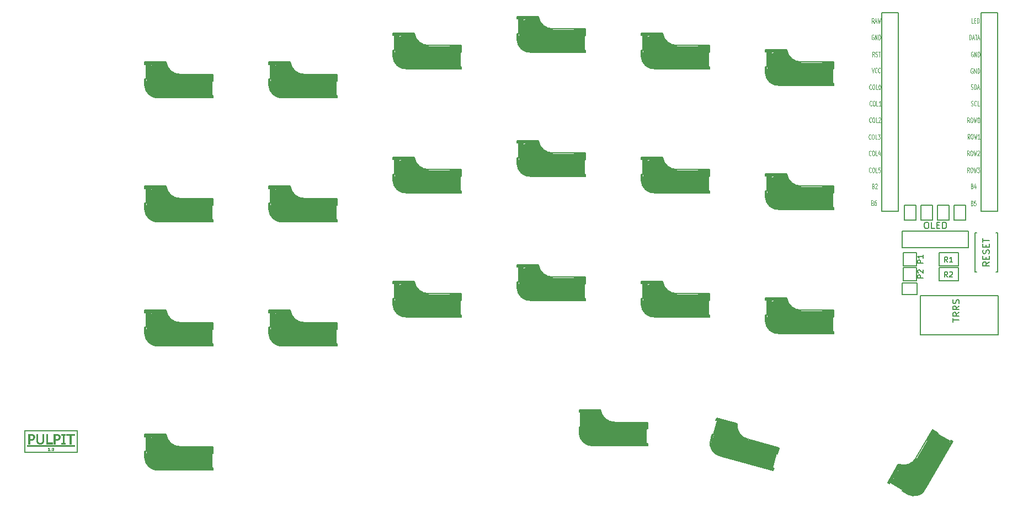
<source format=gto>
G04 #@! TF.GenerationSoftware,KiCad,Pcbnew,(5.1.0)-1*
G04 #@! TF.CreationDate,2019-04-27T14:25:24+02:00*
G04 #@! TF.ProjectId,prkbd,70726b62-642e-46b6-9963-61645f706362,1*
G04 #@! TF.SameCoordinates,Original*
G04 #@! TF.FileFunction,Legend,Top*
G04 #@! TF.FilePolarity,Positive*
%FSLAX46Y46*%
G04 Gerber Fmt 4.6, Leading zero omitted, Abs format (unit mm)*
G04 Created by KiCad (PCBNEW (5.1.0)-1) date 2019-04-27 14:25:24*
%MOMM*%
%LPD*%
G04 APERTURE LIST*
%ADD10C,0.010000*%
%ADD11C,0.400000*%
%ADD12C,0.500000*%
%ADD13C,1.000000*%
%ADD14C,0.150000*%
%ADD15C,3.500000*%
%ADD16C,3.000000*%
%ADD17C,0.800000*%
%ADD18C,0.300000*%
%ADD19C,0.125000*%
G04 APERTURE END LIST*
D10*
G36*
X57387066Y-135305800D02*
G01*
X49309867Y-135305800D01*
X49309867Y-131978401D01*
X49360666Y-131978401D01*
X49360666Y-135255000D01*
X57336266Y-135255000D01*
X57336266Y-131978401D01*
X49360666Y-131978401D01*
X49309867Y-131978401D01*
X49309867Y-131927600D01*
X57387066Y-131927600D01*
X57387066Y-135305800D01*
X57387066Y-135305800D01*
G37*
X57387066Y-135305800D02*
X49309867Y-135305800D01*
X49309867Y-131978401D01*
X49360666Y-131978401D01*
X49360666Y-135255000D01*
X57336266Y-135255000D01*
X57336266Y-131978401D01*
X49360666Y-131978401D01*
X49309867Y-131978401D01*
X49309867Y-131927600D01*
X57387066Y-131927600D01*
X57387066Y-135305800D01*
G36*
X53662981Y-134590578D02*
G01*
X53702255Y-134603302D01*
X53732631Y-134627288D01*
X53754605Y-134663498D01*
X53768671Y-134712896D01*
X53775325Y-134776445D01*
X53776033Y-134810501D01*
X53775609Y-134853545D01*
X53773858Y-134884258D01*
X53770060Y-134907231D01*
X53763496Y-134927056D01*
X53754867Y-134945527D01*
X53738883Y-134972309D01*
X53721394Y-134994528D01*
X53712533Y-135002628D01*
X53684580Y-135015180D01*
X53648005Y-135021882D01*
X53610384Y-135021820D01*
X53588510Y-135017584D01*
X53552366Y-134997920D01*
X53524482Y-134963886D01*
X53505106Y-134916030D01*
X53494489Y-134854901D01*
X53493508Y-134832057D01*
X53543731Y-134832057D01*
X53548945Y-134881394D01*
X53559699Y-134922165D01*
X53575565Y-134951130D01*
X53583127Y-134958592D01*
X53611522Y-134971791D01*
X53645585Y-134975219D01*
X53676657Y-134968129D01*
X53679135Y-134966883D01*
X53697744Y-134952380D01*
X53710930Y-134930340D01*
X53719372Y-134898372D01*
X53723751Y-134854083D01*
X53724786Y-134806267D01*
X53722912Y-134746732D01*
X53716662Y-134702041D01*
X53705096Y-134670457D01*
X53687274Y-134650242D01*
X53662254Y-134639659D01*
X53633129Y-134636934D01*
X53598703Y-134644214D01*
X53572954Y-134666004D01*
X53555953Y-134702231D01*
X53551638Y-134720639D01*
X53544486Y-134777392D01*
X53543731Y-134832057D01*
X53493508Y-134832057D01*
X53492400Y-134806267D01*
X53497162Y-134736219D01*
X53511236Y-134679188D01*
X53534302Y-134635576D01*
X53566043Y-134605788D01*
X53606139Y-134590227D01*
X53654271Y-134589295D01*
X53662981Y-134590578D01*
X53662981Y-134590578D01*
G37*
X53662981Y-134590578D02*
X53702255Y-134603302D01*
X53732631Y-134627288D01*
X53754605Y-134663498D01*
X53768671Y-134712896D01*
X53775325Y-134776445D01*
X53776033Y-134810501D01*
X53775609Y-134853545D01*
X53773858Y-134884258D01*
X53770060Y-134907231D01*
X53763496Y-134927056D01*
X53754867Y-134945527D01*
X53738883Y-134972309D01*
X53721394Y-134994528D01*
X53712533Y-135002628D01*
X53684580Y-135015180D01*
X53648005Y-135021882D01*
X53610384Y-135021820D01*
X53588510Y-135017584D01*
X53552366Y-134997920D01*
X53524482Y-134963886D01*
X53505106Y-134916030D01*
X53494489Y-134854901D01*
X53493508Y-134832057D01*
X53543731Y-134832057D01*
X53548945Y-134881394D01*
X53559699Y-134922165D01*
X53575565Y-134951130D01*
X53583127Y-134958592D01*
X53611522Y-134971791D01*
X53645585Y-134975219D01*
X53676657Y-134968129D01*
X53679135Y-134966883D01*
X53697744Y-134952380D01*
X53710930Y-134930340D01*
X53719372Y-134898372D01*
X53723751Y-134854083D01*
X53724786Y-134806267D01*
X53722912Y-134746732D01*
X53716662Y-134702041D01*
X53705096Y-134670457D01*
X53687274Y-134650242D01*
X53662254Y-134639659D01*
X53633129Y-134636934D01*
X53598703Y-134644214D01*
X53572954Y-134666004D01*
X53555953Y-134702231D01*
X53551638Y-134720639D01*
X53544486Y-134777392D01*
X53543731Y-134832057D01*
X53493508Y-134832057D01*
X53492400Y-134806267D01*
X53497162Y-134736219D01*
X53511236Y-134679188D01*
X53534302Y-134635576D01*
X53566043Y-134605788D01*
X53606139Y-134590227D01*
X53654271Y-134589295D01*
X53662981Y-134590578D01*
G36*
X53086000Y-134975600D02*
G01*
X53128333Y-134975600D01*
X53153458Y-134976287D01*
X53165992Y-134979789D01*
X53170265Y-134988272D01*
X53170666Y-134996767D01*
X53170666Y-135017934D01*
X52950533Y-135017934D01*
X52950533Y-134996767D01*
X52951906Y-134984205D01*
X52958910Y-134977938D01*
X52975877Y-134975801D01*
X52992866Y-134975600D01*
X53035200Y-134975600D01*
X53035200Y-134696201D01*
X52992866Y-134696201D01*
X52967742Y-134695514D01*
X52955208Y-134692012D01*
X52950934Y-134683529D01*
X52950533Y-134675034D01*
X52953445Y-134659659D01*
X52965600Y-134654246D01*
X52974791Y-134653867D01*
X52997583Y-134648878D01*
X53020447Y-134636516D01*
X53037681Y-134620684D01*
X53043666Y-134606686D01*
X53051039Y-134597136D01*
X53064833Y-134594601D01*
X53086000Y-134594601D01*
X53086000Y-134975600D01*
X53086000Y-134975600D01*
G37*
X53086000Y-134975600D02*
X53128333Y-134975600D01*
X53153458Y-134976287D01*
X53165992Y-134979789D01*
X53170265Y-134988272D01*
X53170666Y-134996767D01*
X53170666Y-135017934D01*
X52950533Y-135017934D01*
X52950533Y-134996767D01*
X52951906Y-134984205D01*
X52958910Y-134977938D01*
X52975877Y-134975801D01*
X52992866Y-134975600D01*
X53035200Y-134975600D01*
X53035200Y-134696201D01*
X52992866Y-134696201D01*
X52967742Y-134695514D01*
X52955208Y-134692012D01*
X52950934Y-134683529D01*
X52950533Y-134675034D01*
X52953445Y-134659659D01*
X52965600Y-134654246D01*
X52974791Y-134653867D01*
X52997583Y-134648878D01*
X53020447Y-134636516D01*
X53037681Y-134620684D01*
X53043666Y-134606686D01*
X53051039Y-134597136D01*
X53064833Y-134594601D01*
X53086000Y-134594601D01*
X53086000Y-134975600D01*
G36*
X53373867Y-135017934D02*
G01*
X53314600Y-135017934D01*
X53314600Y-134933267D01*
X53373867Y-134933267D01*
X53373867Y-135017934D01*
X53373867Y-135017934D01*
G37*
X53373867Y-135017934D02*
X53314600Y-135017934D01*
X53314600Y-134933267D01*
X53373867Y-134933267D01*
X53373867Y-135017934D01*
G36*
X56997600Y-134366001D02*
G01*
X49699333Y-134366001D01*
X49699333Y-134247467D01*
X56997600Y-134247467D01*
X56997600Y-134366001D01*
X56997600Y-134366001D01*
G37*
X56997600Y-134366001D02*
X49699333Y-134366001D01*
X49699333Y-134247467D01*
X56997600Y-134247467D01*
X56997600Y-134366001D01*
G36*
X51326900Y-133047317D02*
G01*
X51327422Y-133160944D01*
X51327931Y-133258988D01*
X51328558Y-133342796D01*
X51329432Y-133413719D01*
X51330686Y-133473105D01*
X51332449Y-133522304D01*
X51334852Y-133562664D01*
X51338027Y-133595534D01*
X51342104Y-133622264D01*
X51347214Y-133644203D01*
X51353487Y-133662698D01*
X51361055Y-133679100D01*
X51370048Y-133694758D01*
X51380597Y-133711020D01*
X51392833Y-133729235D01*
X51393042Y-133729549D01*
X51437356Y-133782084D01*
X51492270Y-133822113D01*
X51548034Y-133847019D01*
X51572149Y-133853865D01*
X51600442Y-133858386D01*
X51636691Y-133860939D01*
X51684674Y-133861881D01*
X51705933Y-133861892D01*
X51755189Y-133861364D01*
X51791589Y-133859798D01*
X51819201Y-133856707D01*
X51842093Y-133851608D01*
X51864334Y-133844015D01*
X51868045Y-133842560D01*
X51929291Y-133809677D01*
X51980690Y-133763446D01*
X52022536Y-133703529D01*
X52055123Y-133629589D01*
X52056018Y-133626981D01*
X52059654Y-133615836D01*
X52062772Y-133604464D01*
X52065418Y-133591509D01*
X52067641Y-133575617D01*
X52069489Y-133555434D01*
X52071007Y-133529606D01*
X52072245Y-133496777D01*
X52073248Y-133455594D01*
X52074066Y-133404703D01*
X52074744Y-133342748D01*
X52075331Y-133268376D01*
X52075874Y-133180232D01*
X52076421Y-133076962D01*
X52076612Y-133038851D01*
X52079286Y-132503334D01*
X52274125Y-132503334D01*
X52271046Y-133038851D01*
X52270405Y-133147513D01*
X52269795Y-133240642D01*
X52269165Y-133319638D01*
X52268464Y-133385898D01*
X52267642Y-133440824D01*
X52266648Y-133485815D01*
X52265432Y-133522270D01*
X52263944Y-133551589D01*
X52262133Y-133575171D01*
X52259948Y-133594416D01*
X52257339Y-133610724D01*
X52254256Y-133625494D01*
X52250649Y-133640126D01*
X52249165Y-133645805D01*
X52224220Y-133724088D01*
X52193145Y-133789885D01*
X52153798Y-133847165D01*
X52120800Y-133883703D01*
X52056366Y-133938619D01*
X51985227Y-133979561D01*
X51904062Y-134008405D01*
X51896969Y-134010263D01*
X51848099Y-134019744D01*
X51788577Y-134026735D01*
X51724545Y-134030896D01*
X51662148Y-134031888D01*
X51607527Y-134029372D01*
X51589033Y-134027279D01*
X51491551Y-134006503D01*
X51404790Y-133973219D01*
X51329217Y-133927772D01*
X51265298Y-133870509D01*
X51213500Y-133801776D01*
X51174288Y-133721920D01*
X51172913Y-133718300D01*
X51164298Y-133694734D01*
X51156870Y-133672292D01*
X51150528Y-133649539D01*
X51145174Y-133625037D01*
X51140706Y-133597351D01*
X51137023Y-133565044D01*
X51134025Y-133526678D01*
X51131613Y-133480818D01*
X51129685Y-133426027D01*
X51128141Y-133360867D01*
X51126881Y-133283904D01*
X51125804Y-133193699D01*
X51124811Y-133088816D01*
X51124243Y-133021917D01*
X51119944Y-132503334D01*
X51324343Y-132503334D01*
X51326900Y-133047317D01*
X51326900Y-133047317D01*
G37*
X51326900Y-133047317D02*
X51327422Y-133160944D01*
X51327931Y-133258988D01*
X51328558Y-133342796D01*
X51329432Y-133413719D01*
X51330686Y-133473105D01*
X51332449Y-133522304D01*
X51334852Y-133562664D01*
X51338027Y-133595534D01*
X51342104Y-133622264D01*
X51347214Y-133644203D01*
X51353487Y-133662698D01*
X51361055Y-133679100D01*
X51370048Y-133694758D01*
X51380597Y-133711020D01*
X51392833Y-133729235D01*
X51393042Y-133729549D01*
X51437356Y-133782084D01*
X51492270Y-133822113D01*
X51548034Y-133847019D01*
X51572149Y-133853865D01*
X51600442Y-133858386D01*
X51636691Y-133860939D01*
X51684674Y-133861881D01*
X51705933Y-133861892D01*
X51755189Y-133861364D01*
X51791589Y-133859798D01*
X51819201Y-133856707D01*
X51842093Y-133851608D01*
X51864334Y-133844015D01*
X51868045Y-133842560D01*
X51929291Y-133809677D01*
X51980690Y-133763446D01*
X52022536Y-133703529D01*
X52055123Y-133629589D01*
X52056018Y-133626981D01*
X52059654Y-133615836D01*
X52062772Y-133604464D01*
X52065418Y-133591509D01*
X52067641Y-133575617D01*
X52069489Y-133555434D01*
X52071007Y-133529606D01*
X52072245Y-133496777D01*
X52073248Y-133455594D01*
X52074066Y-133404703D01*
X52074744Y-133342748D01*
X52075331Y-133268376D01*
X52075874Y-133180232D01*
X52076421Y-133076962D01*
X52076612Y-133038851D01*
X52079286Y-132503334D01*
X52274125Y-132503334D01*
X52271046Y-133038851D01*
X52270405Y-133147513D01*
X52269795Y-133240642D01*
X52269165Y-133319638D01*
X52268464Y-133385898D01*
X52267642Y-133440824D01*
X52266648Y-133485815D01*
X52265432Y-133522270D01*
X52263944Y-133551589D01*
X52262133Y-133575171D01*
X52259948Y-133594416D01*
X52257339Y-133610724D01*
X52254256Y-133625494D01*
X52250649Y-133640126D01*
X52249165Y-133645805D01*
X52224220Y-133724088D01*
X52193145Y-133789885D01*
X52153798Y-133847165D01*
X52120800Y-133883703D01*
X52056366Y-133938619D01*
X51985227Y-133979561D01*
X51904062Y-134008405D01*
X51896969Y-134010263D01*
X51848099Y-134019744D01*
X51788577Y-134026735D01*
X51724545Y-134030896D01*
X51662148Y-134031888D01*
X51607527Y-134029372D01*
X51589033Y-134027279D01*
X51491551Y-134006503D01*
X51404790Y-133973219D01*
X51329217Y-133927772D01*
X51265298Y-133870509D01*
X51213500Y-133801776D01*
X51174288Y-133721920D01*
X51172913Y-133718300D01*
X51164298Y-133694734D01*
X51156870Y-133672292D01*
X51150528Y-133649539D01*
X51145174Y-133625037D01*
X51140706Y-133597351D01*
X51137023Y-133565044D01*
X51134025Y-133526678D01*
X51131613Y-133480818D01*
X51129685Y-133426027D01*
X51128141Y-133360867D01*
X51126881Y-133283904D01*
X51125804Y-133193699D01*
X51124811Y-133088816D01*
X51124243Y-133021917D01*
X51119944Y-132503334D01*
X51324343Y-132503334D01*
X51326900Y-133047317D01*
G36*
X50229484Y-132504140D02*
G01*
X50322156Y-132506753D01*
X50401609Y-132511463D01*
X50469665Y-132518561D01*
X50528148Y-132528340D01*
X50578880Y-132541089D01*
X50623684Y-132557101D01*
X50664385Y-132576666D01*
X50694901Y-132594869D01*
X50759876Y-132645373D01*
X50810399Y-132703864D01*
X50846832Y-132771044D01*
X50869537Y-132847615D01*
X50878877Y-132934279D01*
X50879171Y-132952067D01*
X50872954Y-133040914D01*
X50853199Y-133120550D01*
X50819141Y-133192883D01*
X50770015Y-133259820D01*
X50744966Y-133286521D01*
X50699680Y-133327845D01*
X50653165Y-133361371D01*
X50603041Y-133387868D01*
X50546930Y-133408107D01*
X50482452Y-133422860D01*
X50407228Y-133432898D01*
X50318877Y-133438990D01*
X50268717Y-133440806D01*
X50097266Y-133445559D01*
X50097266Y-134001934D01*
X49902533Y-134001934D01*
X49902533Y-132672667D01*
X50097266Y-132672667D01*
X50097266Y-133273801D01*
X50234850Y-133273653D01*
X50300782Y-133272635D01*
X50358402Y-133269858D01*
X50404545Y-133265520D01*
X50428576Y-133261606D01*
X50501936Y-133239018D01*
X50562916Y-133205126D01*
X50611231Y-133160215D01*
X50646595Y-133104571D01*
X50668720Y-133038479D01*
X50672425Y-133018639D01*
X50677287Y-132944507D01*
X50667847Y-132877076D01*
X50644642Y-132817556D01*
X50608207Y-132767159D01*
X50559080Y-132727095D01*
X50537872Y-132715172D01*
X50505538Y-132700677D01*
X50471565Y-132689712D01*
X50433029Y-132681855D01*
X50387007Y-132676682D01*
X50330575Y-132673770D01*
X50260811Y-132672698D01*
X50243878Y-132672667D01*
X50097266Y-132672667D01*
X49902533Y-132672667D01*
X49902533Y-132503334D01*
X50121769Y-132503334D01*
X50229484Y-132504140D01*
X50229484Y-132504140D01*
G37*
X50229484Y-132504140D02*
X50322156Y-132506753D01*
X50401609Y-132511463D01*
X50469665Y-132518561D01*
X50528148Y-132528340D01*
X50578880Y-132541089D01*
X50623684Y-132557101D01*
X50664385Y-132576666D01*
X50694901Y-132594869D01*
X50759876Y-132645373D01*
X50810399Y-132703864D01*
X50846832Y-132771044D01*
X50869537Y-132847615D01*
X50878877Y-132934279D01*
X50879171Y-132952067D01*
X50872954Y-133040914D01*
X50853199Y-133120550D01*
X50819141Y-133192883D01*
X50770015Y-133259820D01*
X50744966Y-133286521D01*
X50699680Y-133327845D01*
X50653165Y-133361371D01*
X50603041Y-133387868D01*
X50546930Y-133408107D01*
X50482452Y-133422860D01*
X50407228Y-133432898D01*
X50318877Y-133438990D01*
X50268717Y-133440806D01*
X50097266Y-133445559D01*
X50097266Y-134001934D01*
X49902533Y-134001934D01*
X49902533Y-132672667D01*
X50097266Y-132672667D01*
X50097266Y-133273801D01*
X50234850Y-133273653D01*
X50300782Y-133272635D01*
X50358402Y-133269858D01*
X50404545Y-133265520D01*
X50428576Y-133261606D01*
X50501936Y-133239018D01*
X50562916Y-133205126D01*
X50611231Y-133160215D01*
X50646595Y-133104571D01*
X50668720Y-133038479D01*
X50672425Y-133018639D01*
X50677287Y-132944507D01*
X50667847Y-132877076D01*
X50644642Y-132817556D01*
X50608207Y-132767159D01*
X50559080Y-132727095D01*
X50537872Y-132715172D01*
X50505538Y-132700677D01*
X50471565Y-132689712D01*
X50433029Y-132681855D01*
X50387007Y-132676682D01*
X50330575Y-132673770D01*
X50260811Y-132672698D01*
X50243878Y-132672667D01*
X50097266Y-132672667D01*
X49902533Y-132672667D01*
X49902533Y-132503334D01*
X50121769Y-132503334D01*
X50229484Y-132504140D01*
G36*
X52857400Y-133824134D02*
G01*
X53610933Y-133824134D01*
X53610933Y-134001934D01*
X52662666Y-134001934D01*
X52662666Y-132503334D01*
X52857400Y-132503334D01*
X52857400Y-133824134D01*
X52857400Y-133824134D01*
G37*
X52857400Y-133824134D02*
X53610933Y-133824134D01*
X53610933Y-134001934D01*
X52662666Y-134001934D01*
X52662666Y-132503334D01*
X52857400Y-132503334D01*
X52857400Y-133824134D01*
G36*
X54141084Y-132504140D02*
G01*
X54233756Y-132506753D01*
X54313209Y-132511463D01*
X54381265Y-132518561D01*
X54439748Y-132528340D01*
X54490480Y-132541089D01*
X54535284Y-132557101D01*
X54575985Y-132576666D01*
X54606501Y-132594869D01*
X54671476Y-132645373D01*
X54721999Y-132703864D01*
X54758432Y-132771044D01*
X54781137Y-132847615D01*
X54790477Y-132934279D01*
X54790771Y-132952067D01*
X54784554Y-133040914D01*
X54764799Y-133120550D01*
X54730741Y-133192883D01*
X54681615Y-133259820D01*
X54656567Y-133286521D01*
X54611280Y-133327845D01*
X54564765Y-133361371D01*
X54514641Y-133387868D01*
X54458530Y-133408107D01*
X54394052Y-133422860D01*
X54318828Y-133432898D01*
X54230477Y-133438990D01*
X54180317Y-133440806D01*
X54008867Y-133445559D01*
X54008867Y-134001934D01*
X53814133Y-134001934D01*
X53814133Y-132672667D01*
X54008867Y-132672667D01*
X54008867Y-133273801D01*
X54146450Y-133273653D01*
X54212382Y-133272635D01*
X54270002Y-133269858D01*
X54316145Y-133265520D01*
X54340176Y-133261606D01*
X54413536Y-133239018D01*
X54474516Y-133205126D01*
X54522831Y-133160215D01*
X54558195Y-133104571D01*
X54580320Y-133038479D01*
X54584025Y-133018639D01*
X54588887Y-132944507D01*
X54579447Y-132877076D01*
X54556242Y-132817556D01*
X54519807Y-132767159D01*
X54470680Y-132727095D01*
X54449472Y-132715172D01*
X54417138Y-132700677D01*
X54383165Y-132689712D01*
X54344629Y-132681855D01*
X54298607Y-132676682D01*
X54242175Y-132673770D01*
X54172411Y-132672698D01*
X54155478Y-132672667D01*
X54008867Y-132672667D01*
X53814133Y-132672667D01*
X53814133Y-132503334D01*
X54033369Y-132503334D01*
X54141084Y-132504140D01*
X54141084Y-132504140D01*
G37*
X54141084Y-132504140D02*
X54233756Y-132506753D01*
X54313209Y-132511463D01*
X54381265Y-132518561D01*
X54439748Y-132528340D01*
X54490480Y-132541089D01*
X54535284Y-132557101D01*
X54575985Y-132576666D01*
X54606501Y-132594869D01*
X54671476Y-132645373D01*
X54721999Y-132703864D01*
X54758432Y-132771044D01*
X54781137Y-132847615D01*
X54790477Y-132934279D01*
X54790771Y-132952067D01*
X54784554Y-133040914D01*
X54764799Y-133120550D01*
X54730741Y-133192883D01*
X54681615Y-133259820D01*
X54656567Y-133286521D01*
X54611280Y-133327845D01*
X54564765Y-133361371D01*
X54514641Y-133387868D01*
X54458530Y-133408107D01*
X54394052Y-133422860D01*
X54318828Y-133432898D01*
X54230477Y-133438990D01*
X54180317Y-133440806D01*
X54008867Y-133445559D01*
X54008867Y-134001934D01*
X53814133Y-134001934D01*
X53814133Y-132672667D01*
X54008867Y-132672667D01*
X54008867Y-133273801D01*
X54146450Y-133273653D01*
X54212382Y-133272635D01*
X54270002Y-133269858D01*
X54316145Y-133265520D01*
X54340176Y-133261606D01*
X54413536Y-133239018D01*
X54474516Y-133205126D01*
X54522831Y-133160215D01*
X54558195Y-133104571D01*
X54580320Y-133038479D01*
X54584025Y-133018639D01*
X54588887Y-132944507D01*
X54579447Y-132877076D01*
X54556242Y-132817556D01*
X54519807Y-132767159D01*
X54470680Y-132727095D01*
X54449472Y-132715172D01*
X54417138Y-132700677D01*
X54383165Y-132689712D01*
X54344629Y-132681855D01*
X54298607Y-132676682D01*
X54242175Y-132673770D01*
X54172411Y-132672698D01*
X54155478Y-132672667D01*
X54008867Y-132672667D01*
X53814133Y-132672667D01*
X53814133Y-132503334D01*
X54033369Y-132503334D01*
X54141084Y-132504140D01*
G36*
X55583667Y-132655734D02*
G01*
X55388933Y-132655734D01*
X55388933Y-133849534D01*
X55583667Y-133849534D01*
X55583667Y-134001934D01*
X54999467Y-134001934D01*
X54999467Y-133849534D01*
X55194200Y-133849534D01*
X55194200Y-132655734D01*
X54999467Y-132655734D01*
X54999467Y-132503334D01*
X55583667Y-132503334D01*
X55583667Y-132655734D01*
X55583667Y-132655734D01*
G37*
X55583667Y-132655734D02*
X55388933Y-132655734D01*
X55388933Y-133849534D01*
X55583667Y-133849534D01*
X55583667Y-134001934D01*
X54999467Y-134001934D01*
X54999467Y-133849534D01*
X55194200Y-133849534D01*
X55194200Y-132655734D01*
X54999467Y-132655734D01*
X54999467Y-132503334D01*
X55583667Y-132503334D01*
X55583667Y-132655734D01*
G36*
X56997600Y-132681134D02*
G01*
X56464200Y-132681134D01*
X56464200Y-134001934D01*
X56269466Y-134001934D01*
X56269466Y-132681134D01*
X55727600Y-132681134D01*
X55727600Y-132503334D01*
X56997600Y-132503334D01*
X56997600Y-132681134D01*
X56997600Y-132681134D01*
G37*
X56997600Y-132681134D02*
X56464200Y-132681134D01*
X56464200Y-134001934D01*
X56269466Y-134001934D01*
X56269466Y-132681134D01*
X55727600Y-132681134D01*
X55727600Y-132503334D01*
X56997600Y-132503334D01*
X56997600Y-132681134D01*
D11*
X173310000Y-76290000D02*
X173310000Y-75590000D01*
X173310000Y-78790000D02*
X171910000Y-78790000D01*
D12*
X163210000Y-73690000D02*
X165910000Y-73690000D01*
D13*
X165893682Y-73911471D02*
G75*
G03X168110000Y-75790000I2151318J291471D01*
G01*
D14*
X173510000Y-78640000D02*
X173510000Y-78990000D01*
X163009999Y-77090000D02*
G75*
G03X165110000Y-78990001I2000001J100000D01*
G01*
X166293682Y-73511471D02*
G75*
G03X168510000Y-75390000I2151318J291471D01*
G01*
X173510000Y-78990000D02*
X165110000Y-78990001D01*
X168510000Y-75390000D02*
X173510000Y-75390000D01*
X163010000Y-73490000D02*
X166290000Y-73490000D01*
X163010000Y-77090000D02*
X163010000Y-76090000D01*
X163010000Y-73490000D02*
X163010000Y-73850000D01*
X163210000Y-73850000D02*
X163010000Y-73850000D01*
X163240000Y-76090000D02*
X163240000Y-73850000D01*
X163010000Y-76090000D02*
X163210000Y-76090000D01*
X173310000Y-78640000D02*
X173510000Y-78640000D01*
X173290000Y-76390000D02*
X173290000Y-78640000D01*
X173510000Y-76390000D02*
X173310000Y-76390000D01*
X173510000Y-75390000D02*
X173510000Y-76390000D01*
D15*
X171510000Y-77190000D02*
X164810000Y-77190000D01*
D13*
X172810000Y-78390000D02*
X172810000Y-75890000D01*
D12*
X173210000Y-75690000D02*
X171810000Y-75690000D01*
D16*
X164740000Y-77490000D02*
X164740000Y-75250000D01*
D17*
X163610000Y-73990000D02*
X163610000Y-75790000D01*
D18*
X163110001Y-76190000D02*
X163110000Y-77089999D01*
X67860001Y-97145000D02*
X67860000Y-98044999D01*
D17*
X68360000Y-94945000D02*
X68360000Y-96745000D01*
D16*
X69490000Y-98445000D02*
X69490000Y-96205000D01*
D12*
X77960000Y-96645000D02*
X76560000Y-96645000D01*
D13*
X77560000Y-99345000D02*
X77560000Y-96845000D01*
D15*
X76260000Y-98145000D02*
X69560000Y-98145000D01*
D14*
X78260000Y-96345000D02*
X78260000Y-97345000D01*
X78260000Y-97345000D02*
X78060000Y-97345000D01*
X78040000Y-97345000D02*
X78040000Y-99595000D01*
X78060000Y-99595000D02*
X78260000Y-99595000D01*
X67760000Y-97045000D02*
X67960000Y-97045000D01*
X67990000Y-97045000D02*
X67990000Y-94805000D01*
X67960000Y-94805000D02*
X67760000Y-94805000D01*
X67760000Y-94445000D02*
X67760000Y-94805000D01*
X67760000Y-98045000D02*
X67760000Y-97045000D01*
X67760000Y-94445000D02*
X71040000Y-94445000D01*
X73260000Y-96345000D02*
X78260000Y-96345000D01*
X78260000Y-99945000D02*
X69860000Y-99945001D01*
X71043682Y-94466471D02*
G75*
G03X73260000Y-96345000I2151318J291471D01*
G01*
X67759999Y-98045000D02*
G75*
G03X69860000Y-99945001I2000001J100000D01*
G01*
X78260000Y-99595000D02*
X78260000Y-99945000D01*
D13*
X70643682Y-94866471D02*
G75*
G03X72860000Y-96745000I2151318J291471D01*
G01*
D12*
X67960000Y-94645000D02*
X70660000Y-94645000D01*
D11*
X78060000Y-99745000D02*
X76660000Y-99745000D01*
X78060000Y-97245000D02*
X78060000Y-96545000D01*
D14*
X198755000Y-111300000D02*
X198755000Y-117300000D01*
X198755000Y-117300000D02*
X186755000Y-117300000D01*
X186755000Y-117300000D02*
X186755000Y-111300000D01*
X186755000Y-111300000D02*
X198755000Y-111300000D01*
X184023000Y-103886000D02*
X184023000Y-101346000D01*
X194183000Y-101346000D02*
X194183000Y-103886000D01*
X184023000Y-101346000D02*
X194183000Y-101346000D01*
X184023000Y-103886000D02*
X194183000Y-103886000D01*
X184023000Y-111125000D02*
X184023000Y-109347000D01*
X186309000Y-111125000D02*
X184023000Y-111125000D01*
X186309000Y-109347000D02*
X186309000Y-111125000D01*
X184023000Y-109347000D02*
X186309000Y-109347000D01*
X193718354Y-99652090D02*
X191940354Y-99652090D01*
X193718354Y-97366090D02*
X193718354Y-99652090D01*
X191940354Y-97366090D02*
X193718354Y-97366090D01*
X191940354Y-99652090D02*
X191940354Y-97366090D01*
X189395377Y-99663869D02*
X189395377Y-97377869D01*
X189395377Y-97377869D02*
X191173377Y-97377869D01*
X191173377Y-97377869D02*
X191173377Y-99663869D01*
X191173377Y-99663869D02*
X189395377Y-99663869D01*
X188633377Y-99663869D02*
X186855377Y-99663869D01*
X188633377Y-97377869D02*
X188633377Y-99663869D01*
X186855377Y-97377869D02*
X188633377Y-97377869D01*
X186855377Y-99663869D02*
X186855377Y-97377869D01*
X184315377Y-99663869D02*
X184315377Y-97377869D01*
X184315377Y-97377869D02*
X186093377Y-97377869D01*
X186093377Y-97377869D02*
X186093377Y-99663869D01*
X186093377Y-99663869D02*
X184315377Y-99663869D01*
X184166000Y-104664000D02*
X184166000Y-106664000D01*
X186166000Y-104664000D02*
X184166000Y-104664000D01*
X186166000Y-106664000D02*
X186166000Y-104664000D01*
X184166000Y-106664000D02*
X186166000Y-106664000D01*
X184166000Y-108950000D02*
X186166000Y-108950000D01*
X186166000Y-108950000D02*
X186166000Y-106950000D01*
X186166000Y-106950000D02*
X184166000Y-106950000D01*
X184166000Y-106950000D02*
X184166000Y-108950000D01*
X189633860Y-106664760D02*
X192636140Y-106664760D01*
X189633860Y-104663240D02*
X189633860Y-106664760D01*
X192636140Y-104663240D02*
X189633860Y-104663240D01*
X192636140Y-106664760D02*
X192636140Y-104663240D01*
X192636140Y-108950760D02*
X192636140Y-106949240D01*
X192636140Y-106949240D02*
X189633860Y-106949240D01*
X189633860Y-106949240D02*
X189633860Y-108950760D01*
X189633860Y-108950760D02*
X192636140Y-108950760D01*
X198658679Y-107633437D02*
X198658679Y-101633437D01*
X198658679Y-101633437D02*
X198408679Y-101633437D01*
X198658679Y-107633437D02*
X198408679Y-107633437D01*
X195158679Y-107633437D02*
X195408679Y-107633437D01*
X195158679Y-107633437D02*
X195158679Y-101633437D01*
X195158679Y-101633437D02*
X195408679Y-101633437D01*
D18*
X67860001Y-78095000D02*
X67860000Y-78994999D01*
D17*
X68360000Y-75895000D02*
X68360000Y-77695000D01*
D16*
X69490000Y-79395000D02*
X69490000Y-77155000D01*
D12*
X77960000Y-77595000D02*
X76560000Y-77595000D01*
D13*
X77560000Y-80295000D02*
X77560000Y-77795000D01*
D15*
X76260000Y-79095000D02*
X69560000Y-79095000D01*
D14*
X78260000Y-77295000D02*
X78260000Y-78295000D01*
X78260000Y-78295000D02*
X78060000Y-78295000D01*
X78040000Y-78295000D02*
X78040000Y-80545000D01*
X78060000Y-80545000D02*
X78260000Y-80545000D01*
X67760000Y-77995000D02*
X67960000Y-77995000D01*
X67990000Y-77995000D02*
X67990000Y-75755000D01*
X67960000Y-75755000D02*
X67760000Y-75755000D01*
X67760000Y-75395000D02*
X67760000Y-75755000D01*
X67760000Y-78995000D02*
X67760000Y-77995000D01*
X67760000Y-75395000D02*
X71040000Y-75395000D01*
X73260000Y-77295000D02*
X78260000Y-77295000D01*
X78260000Y-80895000D02*
X69860000Y-80895001D01*
X71043682Y-75416471D02*
G75*
G03X73260000Y-77295000I2151318J291471D01*
G01*
X67759999Y-78995000D02*
G75*
G03X69860000Y-80895001I2000001J100000D01*
G01*
X78260000Y-80545000D02*
X78260000Y-80895000D01*
D13*
X70643682Y-75816471D02*
G75*
G03X72860000Y-77695000I2151318J291471D01*
G01*
D12*
X67960000Y-75595000D02*
X70660000Y-75595000D01*
D11*
X78060000Y-80695000D02*
X76660000Y-80695000D01*
X78060000Y-78195000D02*
X78060000Y-77495000D01*
D18*
X86910001Y-78095000D02*
X86910000Y-78994999D01*
D17*
X87410000Y-75895000D02*
X87410000Y-77695000D01*
D16*
X88540000Y-79395000D02*
X88540000Y-77155000D01*
D12*
X97010000Y-77595000D02*
X95610000Y-77595000D01*
D13*
X96610000Y-80295000D02*
X96610000Y-77795000D01*
D15*
X95310000Y-79095000D02*
X88610000Y-79095000D01*
D14*
X97310000Y-77295000D02*
X97310000Y-78295000D01*
X97310000Y-78295000D02*
X97110000Y-78295000D01*
X97090000Y-78295000D02*
X97090000Y-80545000D01*
X97110000Y-80545000D02*
X97310000Y-80545000D01*
X86810000Y-77995000D02*
X87010000Y-77995000D01*
X87040000Y-77995000D02*
X87040000Y-75755000D01*
X87010000Y-75755000D02*
X86810000Y-75755000D01*
X86810000Y-75395000D02*
X86810000Y-75755000D01*
X86810000Y-78995000D02*
X86810000Y-77995000D01*
X86810000Y-75395000D02*
X90090000Y-75395000D01*
X92310000Y-77295000D02*
X97310000Y-77295000D01*
X97310000Y-80895000D02*
X88910000Y-80895001D01*
X90093682Y-75416471D02*
G75*
G03X92310000Y-77295000I2151318J291471D01*
G01*
X86809999Y-78995000D02*
G75*
G03X88910000Y-80895001I2000001J100000D01*
G01*
X97310000Y-80545000D02*
X97310000Y-80895000D01*
D13*
X89693682Y-75816471D02*
G75*
G03X91910000Y-77695000I2151318J291471D01*
G01*
D12*
X87010000Y-75595000D02*
X89710000Y-75595000D01*
D11*
X97110000Y-80695000D02*
X95710000Y-80695000D01*
X97110000Y-78195000D02*
X97110000Y-77495000D01*
D18*
X105960001Y-73650000D02*
X105960000Y-74549999D01*
D17*
X106460000Y-71450000D02*
X106460000Y-73250000D01*
D16*
X107590000Y-74950000D02*
X107590000Y-72710000D01*
D12*
X116060000Y-73150000D02*
X114660000Y-73150000D01*
D13*
X115660000Y-75850000D02*
X115660000Y-73350000D01*
D15*
X114360000Y-74650000D02*
X107660000Y-74650000D01*
D14*
X116360000Y-72850000D02*
X116360000Y-73850000D01*
X116360000Y-73850000D02*
X116160000Y-73850000D01*
X116140000Y-73850000D02*
X116140000Y-76100000D01*
X116160000Y-76100000D02*
X116360000Y-76100000D01*
X105860000Y-73550000D02*
X106060000Y-73550000D01*
X106090000Y-73550000D02*
X106090000Y-71310000D01*
X106060000Y-71310000D02*
X105860000Y-71310000D01*
X105860000Y-70950000D02*
X105860000Y-71310000D01*
X105860000Y-74550000D02*
X105860000Y-73550000D01*
X105860000Y-70950000D02*
X109140000Y-70950000D01*
X111360000Y-72850000D02*
X116360000Y-72850000D01*
X116360000Y-76450000D02*
X107960000Y-76450001D01*
X109143682Y-70971471D02*
G75*
G03X111360000Y-72850000I2151318J291471D01*
G01*
X105859999Y-74550000D02*
G75*
G03X107960000Y-76450001I2000001J100000D01*
G01*
X116360000Y-76100000D02*
X116360000Y-76450000D01*
D13*
X108743682Y-71371471D02*
G75*
G03X110960000Y-73250000I2151318J291471D01*
G01*
D12*
X106060000Y-71150000D02*
X108760000Y-71150000D01*
D11*
X116160000Y-76250000D02*
X114760000Y-76250000D01*
X116160000Y-73750000D02*
X116160000Y-73050000D01*
X135210000Y-71210000D02*
X135210000Y-70510000D01*
X135210000Y-73710000D02*
X133810000Y-73710000D01*
D12*
X125110000Y-68610000D02*
X127810000Y-68610000D01*
D13*
X127793682Y-68831471D02*
G75*
G03X130010000Y-70710000I2151318J291471D01*
G01*
D14*
X135410000Y-73560000D02*
X135410000Y-73910000D01*
X124909999Y-72010000D02*
G75*
G03X127010000Y-73910001I2000001J100000D01*
G01*
X128193682Y-68431471D02*
G75*
G03X130410000Y-70310000I2151318J291471D01*
G01*
X135410000Y-73910000D02*
X127010000Y-73910001D01*
X130410000Y-70310000D02*
X135410000Y-70310000D01*
X124910000Y-68410000D02*
X128190000Y-68410000D01*
X124910000Y-72010000D02*
X124910000Y-71010000D01*
X124910000Y-68410000D02*
X124910000Y-68770000D01*
X125110000Y-68770000D02*
X124910000Y-68770000D01*
X125140000Y-71010000D02*
X125140000Y-68770000D01*
X124910000Y-71010000D02*
X125110000Y-71010000D01*
X135210000Y-73560000D02*
X135410000Y-73560000D01*
X135190000Y-71310000D02*
X135190000Y-73560000D01*
X135410000Y-71310000D02*
X135210000Y-71310000D01*
X135410000Y-70310000D02*
X135410000Y-71310000D01*
D15*
X133410000Y-72110000D02*
X126710000Y-72110000D01*
D13*
X134710000Y-73310000D02*
X134710000Y-70810000D01*
D12*
X135110000Y-70610000D02*
X133710000Y-70610000D01*
D16*
X126640000Y-72410000D02*
X126640000Y-70170000D01*
D17*
X125510000Y-68910000D02*
X125510000Y-70710000D01*
D18*
X125010001Y-71110000D02*
X125010000Y-72009999D01*
X144060001Y-73650000D02*
X144060000Y-74549999D01*
D17*
X144560000Y-71450000D02*
X144560000Y-73250000D01*
D16*
X145690000Y-74950000D02*
X145690000Y-72710000D01*
D12*
X154160000Y-73150000D02*
X152760000Y-73150000D01*
D13*
X153760000Y-75850000D02*
X153760000Y-73350000D01*
D15*
X152460000Y-74650000D02*
X145760000Y-74650000D01*
D14*
X154460000Y-72850000D02*
X154460000Y-73850000D01*
X154460000Y-73850000D02*
X154260000Y-73850000D01*
X154240000Y-73850000D02*
X154240000Y-76100000D01*
X154260000Y-76100000D02*
X154460000Y-76100000D01*
X143960000Y-73550000D02*
X144160000Y-73550000D01*
X144190000Y-73550000D02*
X144190000Y-71310000D01*
X144160000Y-71310000D02*
X143960000Y-71310000D01*
X143960000Y-70950000D02*
X143960000Y-71310000D01*
X143960000Y-74550000D02*
X143960000Y-73550000D01*
X143960000Y-70950000D02*
X147240000Y-70950000D01*
X149460000Y-72850000D02*
X154460000Y-72850000D01*
X154460000Y-76450000D02*
X146060000Y-76450001D01*
X147243682Y-70971471D02*
G75*
G03X149460000Y-72850000I2151318J291471D01*
G01*
X143959999Y-74550000D02*
G75*
G03X146060000Y-76450001I2000001J100000D01*
G01*
X154460000Y-76100000D02*
X154460000Y-76450000D01*
D13*
X146843682Y-71371471D02*
G75*
G03X149060000Y-73250000I2151318J291471D01*
G01*
D12*
X144160000Y-71150000D02*
X146860000Y-71150000D01*
D11*
X154260000Y-76250000D02*
X152860000Y-76250000D01*
X154260000Y-73750000D02*
X154260000Y-73050000D01*
D18*
X86910001Y-97145000D02*
X86910000Y-98044999D01*
D17*
X87410000Y-94945000D02*
X87410000Y-96745000D01*
D16*
X88540000Y-98445000D02*
X88540000Y-96205000D01*
D12*
X97010000Y-96645000D02*
X95610000Y-96645000D01*
D13*
X96610000Y-99345000D02*
X96610000Y-96845000D01*
D15*
X95310000Y-98145000D02*
X88610000Y-98145000D01*
D14*
X97310000Y-96345000D02*
X97310000Y-97345000D01*
X97310000Y-97345000D02*
X97110000Y-97345000D01*
X97090000Y-97345000D02*
X97090000Y-99595000D01*
X97110000Y-99595000D02*
X97310000Y-99595000D01*
X86810000Y-97045000D02*
X87010000Y-97045000D01*
X87040000Y-97045000D02*
X87040000Y-94805000D01*
X87010000Y-94805000D02*
X86810000Y-94805000D01*
X86810000Y-94445000D02*
X86810000Y-94805000D01*
X86810000Y-98045000D02*
X86810000Y-97045000D01*
X86810000Y-94445000D02*
X90090000Y-94445000D01*
X92310000Y-96345000D02*
X97310000Y-96345000D01*
X97310000Y-99945000D02*
X88910000Y-99945001D01*
X90093682Y-94466471D02*
G75*
G03X92310000Y-96345000I2151318J291471D01*
G01*
X86809999Y-98045000D02*
G75*
G03X88910000Y-99945001I2000001J100000D01*
G01*
X97310000Y-99595000D02*
X97310000Y-99945000D01*
D13*
X89693682Y-94866471D02*
G75*
G03X91910000Y-96745000I2151318J291471D01*
G01*
D12*
X87010000Y-94645000D02*
X89710000Y-94645000D01*
D11*
X97110000Y-99745000D02*
X95710000Y-99745000D01*
X97110000Y-97245000D02*
X97110000Y-96545000D01*
X116160000Y-92800000D02*
X116160000Y-92100000D01*
X116160000Y-95300000D02*
X114760000Y-95300000D01*
D12*
X106060000Y-90200000D02*
X108760000Y-90200000D01*
D13*
X108743682Y-90421471D02*
G75*
G03X110960000Y-92300000I2151318J291471D01*
G01*
D14*
X116360000Y-95150000D02*
X116360000Y-95500000D01*
X105859999Y-93600000D02*
G75*
G03X107960000Y-95500001I2000001J100000D01*
G01*
X109143682Y-90021471D02*
G75*
G03X111360000Y-91900000I2151318J291471D01*
G01*
X116360000Y-95500000D02*
X107960000Y-95500001D01*
X111360000Y-91900000D02*
X116360000Y-91900000D01*
X105860000Y-90000000D02*
X109140000Y-90000000D01*
X105860000Y-93600000D02*
X105860000Y-92600000D01*
X105860000Y-90000000D02*
X105860000Y-90360000D01*
X106060000Y-90360000D02*
X105860000Y-90360000D01*
X106090000Y-92600000D02*
X106090000Y-90360000D01*
X105860000Y-92600000D02*
X106060000Y-92600000D01*
X116160000Y-95150000D02*
X116360000Y-95150000D01*
X116140000Y-92900000D02*
X116140000Y-95150000D01*
X116360000Y-92900000D02*
X116160000Y-92900000D01*
X116360000Y-91900000D02*
X116360000Y-92900000D01*
D15*
X114360000Y-93700000D02*
X107660000Y-93700000D01*
D13*
X115660000Y-94900000D02*
X115660000Y-92400000D01*
D12*
X116060000Y-92200000D02*
X114660000Y-92200000D01*
D16*
X107590000Y-94000000D02*
X107590000Y-91760000D01*
D17*
X106460000Y-90500000D02*
X106460000Y-92300000D01*
D18*
X105960001Y-92700000D02*
X105960000Y-93599999D01*
X125010001Y-90160000D02*
X125010000Y-91059999D01*
D17*
X125510000Y-87960000D02*
X125510000Y-89760000D01*
D16*
X126640000Y-91460000D02*
X126640000Y-89220000D01*
D12*
X135110000Y-89660000D02*
X133710000Y-89660000D01*
D13*
X134710000Y-92360000D02*
X134710000Y-89860000D01*
D15*
X133410000Y-91160000D02*
X126710000Y-91160000D01*
D14*
X135410000Y-89360000D02*
X135410000Y-90360000D01*
X135410000Y-90360000D02*
X135210000Y-90360000D01*
X135190000Y-90360000D02*
X135190000Y-92610000D01*
X135210000Y-92610000D02*
X135410000Y-92610000D01*
X124910000Y-90060000D02*
X125110000Y-90060000D01*
X125140000Y-90060000D02*
X125140000Y-87820000D01*
X125110000Y-87820000D02*
X124910000Y-87820000D01*
X124910000Y-87460000D02*
X124910000Y-87820000D01*
X124910000Y-91060000D02*
X124910000Y-90060000D01*
X124910000Y-87460000D02*
X128190000Y-87460000D01*
X130410000Y-89360000D02*
X135410000Y-89360000D01*
X135410000Y-92960000D02*
X127010000Y-92960001D01*
X128193682Y-87481471D02*
G75*
G03X130410000Y-89360000I2151318J291471D01*
G01*
X124909999Y-91060000D02*
G75*
G03X127010000Y-92960001I2000001J100000D01*
G01*
X135410000Y-92610000D02*
X135410000Y-92960000D01*
D13*
X127793682Y-87881471D02*
G75*
G03X130010000Y-89760000I2151318J291471D01*
G01*
D12*
X125110000Y-87660000D02*
X127810000Y-87660000D01*
D11*
X135210000Y-92760000D02*
X133810000Y-92760000D01*
X135210000Y-90260000D02*
X135210000Y-89560000D01*
D18*
X144060001Y-92700000D02*
X144060000Y-93599999D01*
D17*
X144560000Y-90500000D02*
X144560000Y-92300000D01*
D16*
X145690000Y-94000000D02*
X145690000Y-91760000D01*
D12*
X154160000Y-92200000D02*
X152760000Y-92200000D01*
D13*
X153760000Y-94900000D02*
X153760000Y-92400000D01*
D15*
X152460000Y-93700000D02*
X145760000Y-93700000D01*
D14*
X154460000Y-91900000D02*
X154460000Y-92900000D01*
X154460000Y-92900000D02*
X154260000Y-92900000D01*
X154240000Y-92900000D02*
X154240000Y-95150000D01*
X154260000Y-95150000D02*
X154460000Y-95150000D01*
X143960000Y-92600000D02*
X144160000Y-92600000D01*
X144190000Y-92600000D02*
X144190000Y-90360000D01*
X144160000Y-90360000D02*
X143960000Y-90360000D01*
X143960000Y-90000000D02*
X143960000Y-90360000D01*
X143960000Y-93600000D02*
X143960000Y-92600000D01*
X143960000Y-90000000D02*
X147240000Y-90000000D01*
X149460000Y-91900000D02*
X154460000Y-91900000D01*
X154460000Y-95500000D02*
X146060000Y-95500001D01*
X147243682Y-90021471D02*
G75*
G03X149460000Y-91900000I2151318J291471D01*
G01*
X143959999Y-93600000D02*
G75*
G03X146060000Y-95500001I2000001J100000D01*
G01*
X154460000Y-95150000D02*
X154460000Y-95500000D01*
D13*
X146843682Y-90421471D02*
G75*
G03X149060000Y-92300000I2151318J291471D01*
G01*
D12*
X144160000Y-90200000D02*
X146860000Y-90200000D01*
D11*
X154260000Y-95300000D02*
X152860000Y-95300000D01*
X154260000Y-92800000D02*
X154260000Y-92100000D01*
X173310000Y-95340000D02*
X173310000Y-94640000D01*
X173310000Y-97840000D02*
X171910000Y-97840000D01*
D12*
X163210000Y-92740000D02*
X165910000Y-92740000D01*
D13*
X165893682Y-92961471D02*
G75*
G03X168110000Y-94840000I2151318J291471D01*
G01*
D14*
X173510000Y-97690000D02*
X173510000Y-98040000D01*
X163009999Y-96140000D02*
G75*
G03X165110000Y-98040001I2000001J100000D01*
G01*
X166293682Y-92561471D02*
G75*
G03X168510000Y-94440000I2151318J291471D01*
G01*
X173510000Y-98040000D02*
X165110000Y-98040001D01*
X168510000Y-94440000D02*
X173510000Y-94440000D01*
X163010000Y-92540000D02*
X166290000Y-92540000D01*
X163010000Y-96140000D02*
X163010000Y-95140000D01*
X163010000Y-92540000D02*
X163010000Y-92900000D01*
X163210000Y-92900000D02*
X163010000Y-92900000D01*
X163240000Y-95140000D02*
X163240000Y-92900000D01*
X163010000Y-95140000D02*
X163210000Y-95140000D01*
X173310000Y-97690000D02*
X173510000Y-97690000D01*
X173290000Y-95440000D02*
X173290000Y-97690000D01*
X173510000Y-95440000D02*
X173310000Y-95440000D01*
X173510000Y-94440000D02*
X173510000Y-95440000D01*
D15*
X171510000Y-96240000D02*
X164810000Y-96240000D01*
D13*
X172810000Y-97440000D02*
X172810000Y-94940000D01*
D12*
X173210000Y-94740000D02*
X171810000Y-94740000D01*
D16*
X164740000Y-96540000D02*
X164740000Y-94300000D01*
D17*
X163610000Y-93040000D02*
X163610000Y-94840000D01*
D18*
X163110001Y-95240000D02*
X163110000Y-96139999D01*
X67860001Y-116195000D02*
X67860000Y-117094999D01*
D17*
X68360000Y-113995000D02*
X68360000Y-115795000D01*
D16*
X69490000Y-117495000D02*
X69490000Y-115255000D01*
D12*
X77960000Y-115695000D02*
X76560000Y-115695000D01*
D13*
X77560000Y-118395000D02*
X77560000Y-115895000D01*
D15*
X76260000Y-117195000D02*
X69560000Y-117195000D01*
D14*
X78260000Y-115395000D02*
X78260000Y-116395000D01*
X78260000Y-116395000D02*
X78060000Y-116395000D01*
X78040000Y-116395000D02*
X78040000Y-118645000D01*
X78060000Y-118645000D02*
X78260000Y-118645000D01*
X67760000Y-116095000D02*
X67960000Y-116095000D01*
X67990000Y-116095000D02*
X67990000Y-113855000D01*
X67960000Y-113855000D02*
X67760000Y-113855000D01*
X67760000Y-113495000D02*
X67760000Y-113855000D01*
X67760000Y-117095000D02*
X67760000Y-116095000D01*
X67760000Y-113495000D02*
X71040000Y-113495000D01*
X73260000Y-115395000D02*
X78260000Y-115395000D01*
X78260000Y-118995000D02*
X69860000Y-118995001D01*
X71043682Y-113516471D02*
G75*
G03X73260000Y-115395000I2151318J291471D01*
G01*
X67759999Y-117095000D02*
G75*
G03X69860000Y-118995001I2000001J100000D01*
G01*
X78260000Y-118645000D02*
X78260000Y-118995000D01*
D13*
X70643682Y-113916471D02*
G75*
G03X72860000Y-115795000I2151318J291471D01*
G01*
D12*
X67960000Y-113695000D02*
X70660000Y-113695000D01*
D11*
X78060000Y-118795000D02*
X76660000Y-118795000D01*
X78060000Y-116295000D02*
X78060000Y-115595000D01*
D18*
X86910001Y-116195000D02*
X86910000Y-117094999D01*
D17*
X87410000Y-113995000D02*
X87410000Y-115795000D01*
D16*
X88540000Y-117495000D02*
X88540000Y-115255000D01*
D12*
X97010000Y-115695000D02*
X95610000Y-115695000D01*
D13*
X96610000Y-118395000D02*
X96610000Y-115895000D01*
D15*
X95310000Y-117195000D02*
X88610000Y-117195000D01*
D14*
X97310000Y-115395000D02*
X97310000Y-116395000D01*
X97310000Y-116395000D02*
X97110000Y-116395000D01*
X97090000Y-116395000D02*
X97090000Y-118645000D01*
X97110000Y-118645000D02*
X97310000Y-118645000D01*
X86810000Y-116095000D02*
X87010000Y-116095000D01*
X87040000Y-116095000D02*
X87040000Y-113855000D01*
X87010000Y-113855000D02*
X86810000Y-113855000D01*
X86810000Y-113495000D02*
X86810000Y-113855000D01*
X86810000Y-117095000D02*
X86810000Y-116095000D01*
X86810000Y-113495000D02*
X90090000Y-113495000D01*
X92310000Y-115395000D02*
X97310000Y-115395000D01*
X97310000Y-118995000D02*
X88910000Y-118995001D01*
X90093682Y-113516471D02*
G75*
G03X92310000Y-115395000I2151318J291471D01*
G01*
X86809999Y-117095000D02*
G75*
G03X88910000Y-118995001I2000001J100000D01*
G01*
X97310000Y-118645000D02*
X97310000Y-118995000D01*
D13*
X89693682Y-113916471D02*
G75*
G03X91910000Y-115795000I2151318J291471D01*
G01*
D12*
X87010000Y-113695000D02*
X89710000Y-113695000D01*
D11*
X97110000Y-118795000D02*
X95710000Y-118795000D01*
X97110000Y-116295000D02*
X97110000Y-115595000D01*
D18*
X105960001Y-111750000D02*
X105960000Y-112649999D01*
D17*
X106460000Y-109550000D02*
X106460000Y-111350000D01*
D16*
X107590000Y-113050000D02*
X107590000Y-110810000D01*
D12*
X116060000Y-111250000D02*
X114660000Y-111250000D01*
D13*
X115660000Y-113950000D02*
X115660000Y-111450000D01*
D15*
X114360000Y-112750000D02*
X107660000Y-112750000D01*
D14*
X116360000Y-110950000D02*
X116360000Y-111950000D01*
X116360000Y-111950000D02*
X116160000Y-111950000D01*
X116140000Y-111950000D02*
X116140000Y-114200000D01*
X116160000Y-114200000D02*
X116360000Y-114200000D01*
X105860000Y-111650000D02*
X106060000Y-111650000D01*
X106090000Y-111650000D02*
X106090000Y-109410000D01*
X106060000Y-109410000D02*
X105860000Y-109410000D01*
X105860000Y-109050000D02*
X105860000Y-109410000D01*
X105860000Y-112650000D02*
X105860000Y-111650000D01*
X105860000Y-109050000D02*
X109140000Y-109050000D01*
X111360000Y-110950000D02*
X116360000Y-110950000D01*
X116360000Y-114550000D02*
X107960000Y-114550001D01*
X109143682Y-109071471D02*
G75*
G03X111360000Y-110950000I2151318J291471D01*
G01*
X105859999Y-112650000D02*
G75*
G03X107960000Y-114550001I2000001J100000D01*
G01*
X116360000Y-114200000D02*
X116360000Y-114550000D01*
D13*
X108743682Y-109471471D02*
G75*
G03X110960000Y-111350000I2151318J291471D01*
G01*
D12*
X106060000Y-109250000D02*
X108760000Y-109250000D01*
D11*
X116160000Y-114350000D02*
X114760000Y-114350000D01*
X116160000Y-111850000D02*
X116160000Y-111150000D01*
X135210000Y-109310000D02*
X135210000Y-108610000D01*
X135210000Y-111810000D02*
X133810000Y-111810000D01*
D12*
X125110000Y-106710000D02*
X127810000Y-106710000D01*
D13*
X127793682Y-106931471D02*
G75*
G03X130010000Y-108810000I2151318J291471D01*
G01*
D14*
X135410000Y-111660000D02*
X135410000Y-112010000D01*
X124909999Y-110110000D02*
G75*
G03X127010000Y-112010001I2000001J100000D01*
G01*
X128193682Y-106531471D02*
G75*
G03X130410000Y-108410000I2151318J291471D01*
G01*
X135410000Y-112010000D02*
X127010000Y-112010001D01*
X130410000Y-108410000D02*
X135410000Y-108410000D01*
X124910000Y-106510000D02*
X128190000Y-106510000D01*
X124910000Y-110110000D02*
X124910000Y-109110000D01*
X124910000Y-106510000D02*
X124910000Y-106870000D01*
X125110000Y-106870000D02*
X124910000Y-106870000D01*
X125140000Y-109110000D02*
X125140000Y-106870000D01*
X124910000Y-109110000D02*
X125110000Y-109110000D01*
X135210000Y-111660000D02*
X135410000Y-111660000D01*
X135190000Y-109410000D02*
X135190000Y-111660000D01*
X135410000Y-109410000D02*
X135210000Y-109410000D01*
X135410000Y-108410000D02*
X135410000Y-109410000D01*
D15*
X133410000Y-110210000D02*
X126710000Y-110210000D01*
D13*
X134710000Y-111410000D02*
X134710000Y-108910000D01*
D12*
X135110000Y-108710000D02*
X133710000Y-108710000D01*
D16*
X126640000Y-110510000D02*
X126640000Y-108270000D01*
D17*
X125510000Y-107010000D02*
X125510000Y-108810000D01*
D18*
X125010001Y-109210000D02*
X125010000Y-110109999D01*
D11*
X154260000Y-111850000D02*
X154260000Y-111150000D01*
X154260000Y-114350000D02*
X152860000Y-114350000D01*
D12*
X144160000Y-109250000D02*
X146860000Y-109250000D01*
D13*
X146843682Y-109471471D02*
G75*
G03X149060000Y-111350000I2151318J291471D01*
G01*
D14*
X154460000Y-114200000D02*
X154460000Y-114550000D01*
X143959999Y-112650000D02*
G75*
G03X146060000Y-114550001I2000001J100000D01*
G01*
X147243682Y-109071471D02*
G75*
G03X149460000Y-110950000I2151318J291471D01*
G01*
X154460000Y-114550000D02*
X146060000Y-114550001D01*
X149460000Y-110950000D02*
X154460000Y-110950000D01*
X143960000Y-109050000D02*
X147240000Y-109050000D01*
X143960000Y-112650000D02*
X143960000Y-111650000D01*
X143960000Y-109050000D02*
X143960000Y-109410000D01*
X144160000Y-109410000D02*
X143960000Y-109410000D01*
X144190000Y-111650000D02*
X144190000Y-109410000D01*
X143960000Y-111650000D02*
X144160000Y-111650000D01*
X154260000Y-114200000D02*
X154460000Y-114200000D01*
X154240000Y-111950000D02*
X154240000Y-114200000D01*
X154460000Y-111950000D02*
X154260000Y-111950000D01*
X154460000Y-110950000D02*
X154460000Y-111950000D01*
D15*
X152460000Y-112750000D02*
X145760000Y-112750000D01*
D13*
X153760000Y-113950000D02*
X153760000Y-111450000D01*
D12*
X154160000Y-111250000D02*
X152760000Y-111250000D01*
D16*
X145690000Y-113050000D02*
X145690000Y-110810000D01*
D17*
X144560000Y-109550000D02*
X144560000Y-111350000D01*
D18*
X144060001Y-111750000D02*
X144060000Y-112649999D01*
D11*
X173310000Y-114390000D02*
X173310000Y-113690000D01*
X173310000Y-116890000D02*
X171910000Y-116890000D01*
D12*
X163210000Y-111790000D02*
X165910000Y-111790000D01*
D13*
X165893682Y-112011471D02*
G75*
G03X168110000Y-113890000I2151318J291471D01*
G01*
D14*
X173510000Y-116740000D02*
X173510000Y-117090000D01*
X163009999Y-115190000D02*
G75*
G03X165110000Y-117090001I2000001J100000D01*
G01*
X166293682Y-111611471D02*
G75*
G03X168510000Y-113490000I2151318J291471D01*
G01*
X173510000Y-117090000D02*
X165110000Y-117090001D01*
X168510000Y-113490000D02*
X173510000Y-113490000D01*
X163010000Y-111590000D02*
X166290000Y-111590000D01*
X163010000Y-115190000D02*
X163010000Y-114190000D01*
X163010000Y-111590000D02*
X163010000Y-111950000D01*
X163210000Y-111950000D02*
X163010000Y-111950000D01*
X163240000Y-114190000D02*
X163240000Y-111950000D01*
X163010000Y-114190000D02*
X163210000Y-114190000D01*
X173310000Y-116740000D02*
X173510000Y-116740000D01*
X173290000Y-114490000D02*
X173290000Y-116740000D01*
X173510000Y-114490000D02*
X173310000Y-114490000D01*
X173510000Y-113490000D02*
X173510000Y-114490000D01*
D15*
X171510000Y-115290000D02*
X164810000Y-115290000D01*
D13*
X172810000Y-116490000D02*
X172810000Y-113990000D01*
D12*
X173210000Y-113790000D02*
X171810000Y-113790000D01*
D16*
X164740000Y-115590000D02*
X164740000Y-113350000D01*
D17*
X163610000Y-112090000D02*
X163610000Y-113890000D01*
D18*
X163110001Y-114290000D02*
X163110000Y-115189999D01*
D11*
X78060000Y-135345000D02*
X78060000Y-134645000D01*
X78060000Y-137845000D02*
X76660000Y-137845000D01*
D12*
X67960000Y-132745000D02*
X70660000Y-132745000D01*
D13*
X70643682Y-132966471D02*
G75*
G03X72860000Y-134845000I2151318J291471D01*
G01*
D14*
X78260000Y-137695000D02*
X78260000Y-138045000D01*
X67759999Y-136145000D02*
G75*
G03X69860000Y-138045001I2000001J100000D01*
G01*
X71043682Y-132566471D02*
G75*
G03X73260000Y-134445000I2151318J291471D01*
G01*
X78260000Y-138045000D02*
X69860000Y-138045001D01*
X73260000Y-134445000D02*
X78260000Y-134445000D01*
X67760000Y-132545000D02*
X71040000Y-132545000D01*
X67760000Y-136145000D02*
X67760000Y-135145000D01*
X67760000Y-132545000D02*
X67760000Y-132905000D01*
X67960000Y-132905000D02*
X67760000Y-132905000D01*
X67990000Y-135145000D02*
X67990000Y-132905000D01*
X67760000Y-135145000D02*
X67960000Y-135145000D01*
X78060000Y-137695000D02*
X78260000Y-137695000D01*
X78040000Y-135445000D02*
X78040000Y-137695000D01*
X78260000Y-135445000D02*
X78060000Y-135445000D01*
X78260000Y-134445000D02*
X78260000Y-135445000D01*
D15*
X76260000Y-136245000D02*
X69560000Y-136245000D01*
D13*
X77560000Y-137445000D02*
X77560000Y-134945000D01*
D12*
X77960000Y-134745000D02*
X76560000Y-134745000D01*
D16*
X69490000Y-136545000D02*
X69490000Y-134305000D01*
D17*
X68360000Y-133045000D02*
X68360000Y-134845000D01*
D18*
X67860001Y-135245000D02*
X67860000Y-136144999D01*
D11*
X144735000Y-131600000D02*
X144735000Y-130900000D01*
X144735000Y-134100000D02*
X143335000Y-134100000D01*
D12*
X134635000Y-129000000D02*
X137335000Y-129000000D01*
D13*
X137318682Y-129221471D02*
G75*
G03X139535000Y-131100000I2151318J291471D01*
G01*
D14*
X144935000Y-133950000D02*
X144935000Y-134300000D01*
X134434999Y-132400000D02*
G75*
G03X136535000Y-134300001I2000001J100000D01*
G01*
X137718682Y-128821471D02*
G75*
G03X139935000Y-130700000I2151318J291471D01*
G01*
X144935000Y-134300000D02*
X136535000Y-134300001D01*
X139935000Y-130700000D02*
X144935000Y-130700000D01*
X134435000Y-128800000D02*
X137715000Y-128800000D01*
X134435000Y-132400000D02*
X134435000Y-131400000D01*
X134435000Y-128800000D02*
X134435000Y-129160000D01*
X134635000Y-129160000D02*
X134435000Y-129160000D01*
X134665000Y-131400000D02*
X134665000Y-129160000D01*
X134435000Y-131400000D02*
X134635000Y-131400000D01*
X144735000Y-133950000D02*
X144935000Y-133950000D01*
X144715000Y-131700000D02*
X144715000Y-133950000D01*
X144935000Y-131700000D02*
X144735000Y-131700000D01*
X144935000Y-130700000D02*
X144935000Y-131700000D01*
D15*
X142935000Y-132500000D02*
X136235000Y-132500000D01*
D13*
X144235000Y-133700000D02*
X144235000Y-131200000D01*
D12*
X144635000Y-131000000D02*
X143235000Y-131000000D01*
D16*
X136165000Y-132800000D02*
X136165000Y-130560000D01*
D17*
X135035000Y-129300000D02*
X135035000Y-131100000D01*
D18*
X134535001Y-131500000D02*
X134535000Y-132399999D01*
X154904119Y-132669368D02*
X154671181Y-133538700D01*
D17*
X155956483Y-130673740D02*
X155490608Y-132412407D01*
D16*
X156142112Y-134346946D02*
X156721867Y-132183272D01*
D12*
X164789378Y-134800477D02*
X163437082Y-134438130D01*
D13*
X163704196Y-137304949D02*
X164351244Y-134890135D01*
D15*
X162759076Y-135809373D02*
X156287373Y-134075286D01*
D14*
X165156802Y-134588345D02*
X164897983Y-135554271D01*
X164897983Y-135554271D02*
X164704797Y-135502507D01*
X164685479Y-135497331D02*
X164103136Y-137670664D01*
X164122455Y-137675840D02*
X164315640Y-137727604D01*
X154833407Y-132546893D02*
X155026592Y-132598657D01*
X155055570Y-132606422D02*
X155635325Y-130442748D01*
X155606347Y-130434983D02*
X155413162Y-130383219D01*
X155506337Y-130035486D02*
X155413162Y-130383219D01*
X154574588Y-133512819D02*
X154833407Y-132546893D01*
X155506337Y-130035486D02*
X158674573Y-130884413D01*
X160327173Y-133294250D02*
X165156802Y-134588345D01*
X164225053Y-138065678D02*
X156111276Y-135891599D01*
X158672573Y-130906105D02*
G75*
G03X160327173Y-133294250I2153452J-275263D01*
G01*
X154574588Y-133512819D02*
G75*
G03X156111276Y-135891599I1957734J-421046D01*
G01*
X164315640Y-137727604D02*
X164225053Y-138065678D01*
D13*
X158182674Y-131188947D02*
G75*
G03X159837275Y-133577093I2153453J-275263D01*
G01*
D12*
X155647758Y-130280435D02*
X158255758Y-130979246D01*
D11*
X164083632Y-137820729D02*
X162731336Y-137458382D01*
X164730679Y-135405915D02*
X164911853Y-134729766D01*
D18*
X184140897Y-141222946D02*
X184920319Y-141672947D01*
D17*
X182485641Y-139689935D02*
X184044486Y-140589935D01*
D16*
X186081730Y-140461326D02*
X184141833Y-139341326D01*
D12*
X188757884Y-132226091D02*
X188057884Y-133438526D01*
D13*
X190896152Y-133922501D02*
X188731089Y-132672501D01*
D15*
X189206922Y-134448334D02*
X185856922Y-140250704D01*
D14*
X188648076Y-131816283D02*
X189514102Y-132316283D01*
X189514102Y-132316283D02*
X189414102Y-132489488D01*
X189404102Y-132506809D02*
X191352659Y-133631809D01*
X191362659Y-133614488D02*
X191462659Y-133441283D01*
X184004294Y-141259550D02*
X184104294Y-141086345D01*
X184119294Y-141060364D02*
X182179397Y-139940364D01*
X182164397Y-139966345D02*
X182064397Y-140139550D01*
X181752628Y-139959550D02*
X182064397Y-140139550D01*
X184870319Y-141759550D02*
X184004294Y-141259550D01*
X181752628Y-139959550D02*
X183392628Y-137118987D01*
X186148076Y-136146410D02*
X188648076Y-131816283D01*
X191765768Y-133616283D02*
X187565769Y-140890897D01*
X183413063Y-137126533D02*
G75*
G03X186148076Y-136146410I823238J2008831D01*
G01*
X184870319Y-141759551D02*
G75*
G03X187565769Y-140890897I913398J1782052D01*
G01*
X191462659Y-133441283D02*
X191765768Y-133616283D01*
D13*
X183559473Y-137672943D02*
G75*
G03X186294486Y-136692820I823238J2008831D01*
G01*
D12*
X182025833Y-139886345D02*
X183375833Y-137548076D01*
D11*
X191492563Y-133689488D02*
X190792563Y-134901924D01*
X189327499Y-132439488D02*
X188721281Y-132089488D01*
D14*
X196101272Y-98298000D02*
X196101272Y-67818000D01*
X198641272Y-98298000D02*
X196101272Y-98298000D01*
X198641272Y-67818000D02*
X198641272Y-98298000D01*
X196101272Y-67818000D02*
X198641272Y-67818000D01*
X180881272Y-98298000D02*
X180881272Y-67818000D01*
X183421272Y-98298000D02*
X180881272Y-98298000D01*
X183421272Y-67818000D02*
X183421272Y-98298000D01*
X180881272Y-67818000D02*
X183421272Y-67818000D01*
X191757380Y-115311904D02*
X191757380Y-114740476D01*
X192757380Y-115026190D02*
X191757380Y-115026190D01*
X192757380Y-113835714D02*
X192281190Y-114169047D01*
X192757380Y-114407142D02*
X191757380Y-114407142D01*
X191757380Y-114026190D01*
X191805000Y-113930952D01*
X191852619Y-113883333D01*
X191947857Y-113835714D01*
X192090714Y-113835714D01*
X192185952Y-113883333D01*
X192233571Y-113930952D01*
X192281190Y-114026190D01*
X192281190Y-114407142D01*
X192757380Y-112835714D02*
X192281190Y-113169047D01*
X192757380Y-113407142D02*
X191757380Y-113407142D01*
X191757380Y-113026190D01*
X191805000Y-112930952D01*
X191852619Y-112883333D01*
X191947857Y-112835714D01*
X192090714Y-112835714D01*
X192185952Y-112883333D01*
X192233571Y-112930952D01*
X192281190Y-113026190D01*
X192281190Y-113407142D01*
X192709761Y-112454761D02*
X192757380Y-112311904D01*
X192757380Y-112073809D01*
X192709761Y-111978571D01*
X192662142Y-111930952D01*
X192566904Y-111883333D01*
X192471666Y-111883333D01*
X192376428Y-111930952D01*
X192328809Y-111978571D01*
X192281190Y-112073809D01*
X192233571Y-112264285D01*
X192185952Y-112359523D01*
X192138333Y-112407142D01*
X192043095Y-112454761D01*
X191947857Y-112454761D01*
X191852619Y-112407142D01*
X191805000Y-112359523D01*
X191757380Y-112264285D01*
X191757380Y-112026190D01*
X191805000Y-111883333D01*
X187640619Y-99968380D02*
X187831095Y-99968380D01*
X187926333Y-100016000D01*
X188021571Y-100111238D01*
X188069190Y-100301714D01*
X188069190Y-100635047D01*
X188021571Y-100825523D01*
X187926333Y-100920761D01*
X187831095Y-100968380D01*
X187640619Y-100968380D01*
X187545380Y-100920761D01*
X187450142Y-100825523D01*
X187402523Y-100635047D01*
X187402523Y-100301714D01*
X187450142Y-100111238D01*
X187545380Y-100016000D01*
X187640619Y-99968380D01*
X188973952Y-100968380D02*
X188497761Y-100968380D01*
X188497761Y-99968380D01*
X189307285Y-100444571D02*
X189640619Y-100444571D01*
X189783476Y-100968380D02*
X189307285Y-100968380D01*
X189307285Y-99968380D01*
X189783476Y-99968380D01*
X190212047Y-100968380D02*
X190212047Y-99968380D01*
X190450142Y-99968380D01*
X190593000Y-100016000D01*
X190688238Y-100111238D01*
X190735857Y-100206476D01*
X190783476Y-100396952D01*
X190783476Y-100539809D01*
X190735857Y-100730285D01*
X190688238Y-100825523D01*
X190593000Y-100920761D01*
X190450142Y-100968380D01*
X190212047Y-100968380D01*
X187184695Y-106263923D02*
X186371895Y-106263923D01*
X186371895Y-105954285D01*
X186410600Y-105876876D01*
X186449304Y-105838171D01*
X186526714Y-105799466D01*
X186642828Y-105799466D01*
X186720238Y-105838171D01*
X186758942Y-105876876D01*
X186797647Y-105954285D01*
X186797647Y-106263923D01*
X187184695Y-105025371D02*
X187184695Y-105489828D01*
X187184695Y-105257600D02*
X186371895Y-105257600D01*
X186488009Y-105335009D01*
X186565419Y-105412419D01*
X186604123Y-105489828D01*
X187184695Y-108549923D02*
X186371895Y-108549923D01*
X186371895Y-108240285D01*
X186410600Y-108162876D01*
X186449304Y-108124171D01*
X186526714Y-108085466D01*
X186642828Y-108085466D01*
X186720238Y-108124171D01*
X186758942Y-108162876D01*
X186797647Y-108240285D01*
X186797647Y-108549923D01*
X186449304Y-107775828D02*
X186410600Y-107737123D01*
X186371895Y-107659714D01*
X186371895Y-107466190D01*
X186410600Y-107388780D01*
X186449304Y-107350076D01*
X186526714Y-107311371D01*
X186604123Y-107311371D01*
X186720238Y-107350076D01*
X187184695Y-107814533D01*
X187184695Y-107311371D01*
X190949533Y-106111695D02*
X190678600Y-105724647D01*
X190485076Y-106111695D02*
X190485076Y-105298895D01*
X190794714Y-105298895D01*
X190872123Y-105337600D01*
X190910828Y-105376304D01*
X190949533Y-105453714D01*
X190949533Y-105569828D01*
X190910828Y-105647238D01*
X190872123Y-105685942D01*
X190794714Y-105724647D01*
X190485076Y-105724647D01*
X191723628Y-106111695D02*
X191259171Y-106111695D01*
X191491400Y-106111695D02*
X191491400Y-105298895D01*
X191413990Y-105415009D01*
X191336580Y-105492419D01*
X191259171Y-105531123D01*
X190949533Y-108397695D02*
X190678600Y-108010647D01*
X190485076Y-108397695D02*
X190485076Y-107584895D01*
X190794714Y-107584895D01*
X190872123Y-107623600D01*
X190910828Y-107662304D01*
X190949533Y-107739714D01*
X190949533Y-107855828D01*
X190910828Y-107933238D01*
X190872123Y-107971942D01*
X190794714Y-108010647D01*
X190485076Y-108010647D01*
X191259171Y-107662304D02*
X191297876Y-107623600D01*
X191375285Y-107584895D01*
X191568809Y-107584895D01*
X191646219Y-107623600D01*
X191684923Y-107662304D01*
X191723628Y-107739714D01*
X191723628Y-107817123D01*
X191684923Y-107933238D01*
X191220466Y-108397695D01*
X191723628Y-108397695D01*
X197361059Y-106085817D02*
X196884869Y-106419151D01*
X197361059Y-106657246D02*
X196361059Y-106657246D01*
X196361059Y-106276294D01*
X196408679Y-106181056D01*
X196456298Y-106133437D01*
X196551536Y-106085817D01*
X196694393Y-106085817D01*
X196789631Y-106133437D01*
X196837250Y-106181056D01*
X196884869Y-106276294D01*
X196884869Y-106657246D01*
X196837250Y-105657246D02*
X196837250Y-105323913D01*
X197361059Y-105181056D02*
X197361059Y-105657246D01*
X196361059Y-105657246D01*
X196361059Y-105181056D01*
X197313440Y-104800103D02*
X197361059Y-104657246D01*
X197361059Y-104419151D01*
X197313440Y-104323913D01*
X197265821Y-104276294D01*
X197170583Y-104228675D01*
X197075345Y-104228675D01*
X196980107Y-104276294D01*
X196932488Y-104323913D01*
X196884869Y-104419151D01*
X196837250Y-104609627D01*
X196789631Y-104704865D01*
X196742012Y-104752484D01*
X196646774Y-104800103D01*
X196551536Y-104800103D01*
X196456298Y-104752484D01*
X196408679Y-104704865D01*
X196361059Y-104609627D01*
X196361059Y-104371532D01*
X196408679Y-104228675D01*
X196837250Y-103800103D02*
X196837250Y-103466770D01*
X197361059Y-103323913D02*
X197361059Y-103800103D01*
X196361059Y-103800103D01*
X196361059Y-103323913D01*
X196361059Y-103038198D02*
X196361059Y-102466770D01*
X197361059Y-102752484D02*
X196361059Y-102752484D01*
D19*
X194333919Y-87207285D02*
X194167252Y-86850142D01*
X194048205Y-87207285D02*
X194048205Y-86457285D01*
X194238681Y-86457285D01*
X194286300Y-86493000D01*
X194310110Y-86528714D01*
X194333919Y-86600142D01*
X194333919Y-86707285D01*
X194310110Y-86778714D01*
X194286300Y-86814428D01*
X194238681Y-86850142D01*
X194048205Y-86850142D01*
X194643443Y-86457285D02*
X194738681Y-86457285D01*
X194786300Y-86493000D01*
X194833919Y-86564428D01*
X194857729Y-86707285D01*
X194857729Y-86957285D01*
X194833919Y-87100142D01*
X194786300Y-87171571D01*
X194738681Y-87207285D01*
X194643443Y-87207285D01*
X194595824Y-87171571D01*
X194548205Y-87100142D01*
X194524395Y-86957285D01*
X194524395Y-86707285D01*
X194548205Y-86564428D01*
X194595824Y-86493000D01*
X194643443Y-86457285D01*
X195024395Y-86457285D02*
X195143443Y-87207285D01*
X195238681Y-86671571D01*
X195333919Y-87207285D01*
X195452967Y-86457285D01*
X195905348Y-87207285D02*
X195619633Y-87207285D01*
X195762491Y-87207285D02*
X195762491Y-86457285D01*
X195714872Y-86564428D01*
X195667252Y-86635857D01*
X195619633Y-86671571D01*
X179217252Y-89683857D02*
X179193443Y-89719571D01*
X179122014Y-89755285D01*
X179074395Y-89755285D01*
X179002967Y-89719571D01*
X178955348Y-89648142D01*
X178931538Y-89576714D01*
X178907729Y-89433857D01*
X178907729Y-89326714D01*
X178931538Y-89183857D01*
X178955348Y-89112428D01*
X179002967Y-89041000D01*
X179074395Y-89005285D01*
X179122014Y-89005285D01*
X179193443Y-89041000D01*
X179217252Y-89076714D01*
X179526776Y-89005285D02*
X179622014Y-89005285D01*
X179669633Y-89041000D01*
X179717252Y-89112428D01*
X179741062Y-89255285D01*
X179741062Y-89505285D01*
X179717252Y-89648142D01*
X179669633Y-89719571D01*
X179622014Y-89755285D01*
X179526776Y-89755285D01*
X179479157Y-89719571D01*
X179431538Y-89648142D01*
X179407729Y-89505285D01*
X179407729Y-89255285D01*
X179431538Y-89112428D01*
X179479157Y-89041000D01*
X179526776Y-89005285D01*
X180193443Y-89755285D02*
X179955348Y-89755285D01*
X179955348Y-89005285D01*
X180574395Y-89255285D02*
X180574395Y-89755285D01*
X180455348Y-88969571D02*
X180336300Y-89505285D01*
X180645824Y-89505285D01*
X194283919Y-89755285D02*
X194117252Y-89398142D01*
X193998205Y-89755285D02*
X193998205Y-89005285D01*
X194188681Y-89005285D01*
X194236300Y-89041000D01*
X194260110Y-89076714D01*
X194283919Y-89148142D01*
X194283919Y-89255285D01*
X194260110Y-89326714D01*
X194236300Y-89362428D01*
X194188681Y-89398142D01*
X193998205Y-89398142D01*
X194593443Y-89005285D02*
X194688681Y-89005285D01*
X194736300Y-89041000D01*
X194783919Y-89112428D01*
X194807729Y-89255285D01*
X194807729Y-89505285D01*
X194783919Y-89648142D01*
X194736300Y-89719571D01*
X194688681Y-89755285D01*
X194593443Y-89755285D01*
X194545824Y-89719571D01*
X194498205Y-89648142D01*
X194474395Y-89505285D01*
X194474395Y-89255285D01*
X194498205Y-89112428D01*
X194545824Y-89041000D01*
X194593443Y-89005285D01*
X194974395Y-89005285D02*
X195093443Y-89755285D01*
X195188681Y-89219571D01*
X195283919Y-89755285D01*
X195402967Y-89005285D01*
X195569633Y-89076714D02*
X195593443Y-89041000D01*
X195641062Y-89005285D01*
X195760110Y-89005285D01*
X195807729Y-89041000D01*
X195831538Y-89076714D01*
X195855348Y-89148142D01*
X195855348Y-89219571D01*
X195831538Y-89326714D01*
X195545824Y-89755285D01*
X195855348Y-89755285D01*
X179217252Y-92279357D02*
X179193443Y-92315071D01*
X179122014Y-92350785D01*
X179074395Y-92350785D01*
X179002967Y-92315071D01*
X178955348Y-92243642D01*
X178931538Y-92172214D01*
X178907729Y-92029357D01*
X178907729Y-91922214D01*
X178931538Y-91779357D01*
X178955348Y-91707928D01*
X179002967Y-91636500D01*
X179074395Y-91600785D01*
X179122014Y-91600785D01*
X179193443Y-91636500D01*
X179217252Y-91672214D01*
X179526776Y-91600785D02*
X179622014Y-91600785D01*
X179669633Y-91636500D01*
X179717252Y-91707928D01*
X179741062Y-91850785D01*
X179741062Y-92100785D01*
X179717252Y-92243642D01*
X179669633Y-92315071D01*
X179622014Y-92350785D01*
X179526776Y-92350785D01*
X179479157Y-92315071D01*
X179431538Y-92243642D01*
X179407729Y-92100785D01*
X179407729Y-91850785D01*
X179431538Y-91707928D01*
X179479157Y-91636500D01*
X179526776Y-91600785D01*
X180193443Y-92350785D02*
X179955348Y-92350785D01*
X179955348Y-91600785D01*
X180598205Y-91600785D02*
X180360110Y-91600785D01*
X180336300Y-91957928D01*
X180360110Y-91922214D01*
X180407729Y-91886500D01*
X180526776Y-91886500D01*
X180574395Y-91922214D01*
X180598205Y-91957928D01*
X180622014Y-92029357D01*
X180622014Y-92207928D01*
X180598205Y-92279357D01*
X180574395Y-92315071D01*
X180526776Y-92350785D01*
X180407729Y-92350785D01*
X180360110Y-92315071D01*
X180336300Y-92279357D01*
X194283919Y-92350785D02*
X194117252Y-91993642D01*
X193998205Y-92350785D02*
X193998205Y-91600785D01*
X194188681Y-91600785D01*
X194236300Y-91636500D01*
X194260110Y-91672214D01*
X194283919Y-91743642D01*
X194283919Y-91850785D01*
X194260110Y-91922214D01*
X194236300Y-91957928D01*
X194188681Y-91993642D01*
X193998205Y-91993642D01*
X194593443Y-91600785D02*
X194688681Y-91600785D01*
X194736300Y-91636500D01*
X194783919Y-91707928D01*
X194807729Y-91850785D01*
X194807729Y-92100785D01*
X194783919Y-92243642D01*
X194736300Y-92315071D01*
X194688681Y-92350785D01*
X194593443Y-92350785D01*
X194545824Y-92315071D01*
X194498205Y-92243642D01*
X194474395Y-92100785D01*
X194474395Y-91850785D01*
X194498205Y-91707928D01*
X194545824Y-91636500D01*
X194593443Y-91600785D01*
X194974395Y-91600785D02*
X195093443Y-92350785D01*
X195188681Y-91815071D01*
X195283919Y-92350785D01*
X195402967Y-91600785D01*
X195545824Y-91600785D02*
X195855348Y-91600785D01*
X195688681Y-91886500D01*
X195760110Y-91886500D01*
X195807729Y-91922214D01*
X195831538Y-91957928D01*
X195855348Y-92029357D01*
X195855348Y-92207928D01*
X195831538Y-92279357D01*
X195807729Y-92315071D01*
X195760110Y-92350785D01*
X195617252Y-92350785D01*
X195569633Y-92315071D01*
X195545824Y-92279357D01*
X179562491Y-94462428D02*
X179633919Y-94498142D01*
X179657729Y-94533857D01*
X179681538Y-94605285D01*
X179681538Y-94712428D01*
X179657729Y-94783857D01*
X179633919Y-94819571D01*
X179586300Y-94855285D01*
X179395824Y-94855285D01*
X179395824Y-94105285D01*
X179562491Y-94105285D01*
X179610110Y-94141000D01*
X179633919Y-94176714D01*
X179657729Y-94248142D01*
X179657729Y-94319571D01*
X179633919Y-94391000D01*
X179610110Y-94426714D01*
X179562491Y-94462428D01*
X179395824Y-94462428D01*
X179872014Y-94176714D02*
X179895824Y-94141000D01*
X179943443Y-94105285D01*
X180062491Y-94105285D01*
X180110110Y-94141000D01*
X180133919Y-94176714D01*
X180157729Y-94248142D01*
X180157729Y-94319571D01*
X180133919Y-94426714D01*
X179848205Y-94855285D01*
X180157729Y-94855285D01*
X194712491Y-94434428D02*
X194783919Y-94470142D01*
X194807729Y-94505857D01*
X194831538Y-94577285D01*
X194831538Y-94684428D01*
X194807729Y-94755857D01*
X194783919Y-94791571D01*
X194736300Y-94827285D01*
X194545824Y-94827285D01*
X194545824Y-94077285D01*
X194712491Y-94077285D01*
X194760110Y-94113000D01*
X194783919Y-94148714D01*
X194807729Y-94220142D01*
X194807729Y-94291571D01*
X194783919Y-94363000D01*
X194760110Y-94398714D01*
X194712491Y-94434428D01*
X194545824Y-94434428D01*
X195260110Y-94327285D02*
X195260110Y-94827285D01*
X195141062Y-94041571D02*
X195022014Y-94577285D01*
X195331538Y-94577285D01*
X194712491Y-97037928D02*
X194783919Y-97073642D01*
X194807729Y-97109357D01*
X194831538Y-97180785D01*
X194831538Y-97287928D01*
X194807729Y-97359357D01*
X194783919Y-97395071D01*
X194736300Y-97430785D01*
X194545824Y-97430785D01*
X194545824Y-96680785D01*
X194712491Y-96680785D01*
X194760110Y-96716500D01*
X194783919Y-96752214D01*
X194807729Y-96823642D01*
X194807729Y-96895071D01*
X194783919Y-96966500D01*
X194760110Y-97002214D01*
X194712491Y-97037928D01*
X194545824Y-97037928D01*
X195283919Y-96680785D02*
X195045824Y-96680785D01*
X195022014Y-97037928D01*
X195045824Y-97002214D01*
X195093443Y-96966500D01*
X195212491Y-96966500D01*
X195260110Y-97002214D01*
X195283919Y-97037928D01*
X195307729Y-97109357D01*
X195307729Y-97287928D01*
X195283919Y-97359357D01*
X195260110Y-97395071D01*
X195212491Y-97430785D01*
X195093443Y-97430785D01*
X195045824Y-97395071D01*
X195022014Y-97359357D01*
X179462491Y-97012428D02*
X179533919Y-97048142D01*
X179557729Y-97083857D01*
X179581538Y-97155285D01*
X179581538Y-97262428D01*
X179557729Y-97333857D01*
X179533919Y-97369571D01*
X179486300Y-97405285D01*
X179295824Y-97405285D01*
X179295824Y-96655285D01*
X179462491Y-96655285D01*
X179510110Y-96691000D01*
X179533919Y-96726714D01*
X179557729Y-96798142D01*
X179557729Y-96869571D01*
X179533919Y-96941000D01*
X179510110Y-96976714D01*
X179462491Y-97012428D01*
X179295824Y-97012428D01*
X180010110Y-96655285D02*
X179914872Y-96655285D01*
X179867252Y-96691000D01*
X179843443Y-96726714D01*
X179795824Y-96833857D01*
X179772014Y-96976714D01*
X179772014Y-97262428D01*
X179795824Y-97333857D01*
X179819633Y-97369571D01*
X179867252Y-97405285D01*
X179962491Y-97405285D01*
X180010110Y-97369571D01*
X180033919Y-97333857D01*
X180057729Y-97262428D01*
X180057729Y-97083857D01*
X180033919Y-97012428D01*
X180010110Y-96976714D01*
X179962491Y-96941000D01*
X179867252Y-96941000D01*
X179819633Y-96976714D01*
X179795824Y-97012428D01*
X179772014Y-97083857D01*
X179267252Y-79533857D02*
X179243443Y-79569571D01*
X179172014Y-79605285D01*
X179124395Y-79605285D01*
X179052967Y-79569571D01*
X179005348Y-79498142D01*
X178981538Y-79426714D01*
X178957729Y-79283857D01*
X178957729Y-79176714D01*
X178981538Y-79033857D01*
X179005348Y-78962428D01*
X179052967Y-78891000D01*
X179124395Y-78855285D01*
X179172014Y-78855285D01*
X179243443Y-78891000D01*
X179267252Y-78926714D01*
X179576776Y-78855285D02*
X179672014Y-78855285D01*
X179719633Y-78891000D01*
X179767252Y-78962428D01*
X179791062Y-79105285D01*
X179791062Y-79355285D01*
X179767252Y-79498142D01*
X179719633Y-79569571D01*
X179672014Y-79605285D01*
X179576776Y-79605285D01*
X179529157Y-79569571D01*
X179481538Y-79498142D01*
X179457729Y-79355285D01*
X179457729Y-79105285D01*
X179481538Y-78962428D01*
X179529157Y-78891000D01*
X179576776Y-78855285D01*
X180243443Y-79605285D02*
X180005348Y-79605285D01*
X180005348Y-78855285D01*
X180505348Y-78855285D02*
X180552967Y-78855285D01*
X180600586Y-78891000D01*
X180624395Y-78926714D01*
X180648205Y-78998142D01*
X180672014Y-79141000D01*
X180672014Y-79319571D01*
X180648205Y-79462428D01*
X180624395Y-79533857D01*
X180600586Y-79569571D01*
X180552967Y-79605285D01*
X180505348Y-79605285D01*
X180457729Y-79569571D01*
X180433919Y-79533857D01*
X180410110Y-79462428D01*
X180386300Y-79319571D01*
X180386300Y-79141000D01*
X180410110Y-78998142D01*
X180433919Y-78926714D01*
X180457729Y-78891000D01*
X180505348Y-78855285D01*
X194568729Y-79551571D02*
X194640157Y-79587285D01*
X194759205Y-79587285D01*
X194806824Y-79551571D01*
X194830633Y-79515857D01*
X194854443Y-79444428D01*
X194854443Y-79373000D01*
X194830633Y-79301571D01*
X194806824Y-79265857D01*
X194759205Y-79230142D01*
X194663967Y-79194428D01*
X194616348Y-79158714D01*
X194592538Y-79123000D01*
X194568729Y-79051571D01*
X194568729Y-78980142D01*
X194592538Y-78908714D01*
X194616348Y-78873000D01*
X194663967Y-78837285D01*
X194783014Y-78837285D01*
X194854443Y-78873000D01*
X195068729Y-79587285D02*
X195068729Y-78837285D01*
X195187776Y-78837285D01*
X195259205Y-78873000D01*
X195306824Y-78944428D01*
X195330633Y-79015857D01*
X195354443Y-79158714D01*
X195354443Y-79265857D01*
X195330633Y-79408714D01*
X195306824Y-79480142D01*
X195259205Y-79551571D01*
X195187776Y-79587285D01*
X195068729Y-79587285D01*
X195544919Y-79373000D02*
X195783014Y-79373000D01*
X195497300Y-79587285D02*
X195663967Y-78837285D01*
X195830633Y-79587285D01*
X179317252Y-82055857D02*
X179293443Y-82091571D01*
X179222014Y-82127285D01*
X179174395Y-82127285D01*
X179102967Y-82091571D01*
X179055348Y-82020142D01*
X179031538Y-81948714D01*
X179007729Y-81805857D01*
X179007729Y-81698714D01*
X179031538Y-81555857D01*
X179055348Y-81484428D01*
X179102967Y-81413000D01*
X179174395Y-81377285D01*
X179222014Y-81377285D01*
X179293443Y-81413000D01*
X179317252Y-81448714D01*
X179626776Y-81377285D02*
X179722014Y-81377285D01*
X179769633Y-81413000D01*
X179817252Y-81484428D01*
X179841062Y-81627285D01*
X179841062Y-81877285D01*
X179817252Y-82020142D01*
X179769633Y-82091571D01*
X179722014Y-82127285D01*
X179626776Y-82127285D01*
X179579157Y-82091571D01*
X179531538Y-82020142D01*
X179507729Y-81877285D01*
X179507729Y-81627285D01*
X179531538Y-81484428D01*
X179579157Y-81413000D01*
X179626776Y-81377285D01*
X180293443Y-82127285D02*
X180055348Y-82127285D01*
X180055348Y-81377285D01*
X180722014Y-82127285D02*
X180436300Y-82127285D01*
X180579157Y-82127285D02*
X180579157Y-81377285D01*
X180531538Y-81484428D01*
X180483919Y-81555857D01*
X180436300Y-81591571D01*
X194580633Y-82091571D02*
X194652062Y-82127285D01*
X194771110Y-82127285D01*
X194818729Y-82091571D01*
X194842538Y-82055857D01*
X194866348Y-81984428D01*
X194866348Y-81913000D01*
X194842538Y-81841571D01*
X194818729Y-81805857D01*
X194771110Y-81770142D01*
X194675872Y-81734428D01*
X194628252Y-81698714D01*
X194604443Y-81663000D01*
X194580633Y-81591571D01*
X194580633Y-81520142D01*
X194604443Y-81448714D01*
X194628252Y-81413000D01*
X194675872Y-81377285D01*
X194794919Y-81377285D01*
X194866348Y-81413000D01*
X195366348Y-82055857D02*
X195342538Y-82091571D01*
X195271110Y-82127285D01*
X195223491Y-82127285D01*
X195152062Y-82091571D01*
X195104443Y-82020142D01*
X195080633Y-81948714D01*
X195056824Y-81805857D01*
X195056824Y-81698714D01*
X195080633Y-81555857D01*
X195104443Y-81484428D01*
X195152062Y-81413000D01*
X195223491Y-81377285D01*
X195271110Y-81377285D01*
X195342538Y-81413000D01*
X195366348Y-81448714D01*
X195818729Y-82127285D02*
X195580633Y-82127285D01*
X195580633Y-81377285D01*
X179267252Y-84595857D02*
X179243443Y-84631571D01*
X179172014Y-84667285D01*
X179124395Y-84667285D01*
X179052967Y-84631571D01*
X179005348Y-84560142D01*
X178981538Y-84488714D01*
X178957729Y-84345857D01*
X178957729Y-84238714D01*
X178981538Y-84095857D01*
X179005348Y-84024428D01*
X179052967Y-83953000D01*
X179124395Y-83917285D01*
X179172014Y-83917285D01*
X179243443Y-83953000D01*
X179267252Y-83988714D01*
X179576776Y-83917285D02*
X179672014Y-83917285D01*
X179719633Y-83953000D01*
X179767252Y-84024428D01*
X179791062Y-84167285D01*
X179791062Y-84417285D01*
X179767252Y-84560142D01*
X179719633Y-84631571D01*
X179672014Y-84667285D01*
X179576776Y-84667285D01*
X179529157Y-84631571D01*
X179481538Y-84560142D01*
X179457729Y-84417285D01*
X179457729Y-84167285D01*
X179481538Y-84024428D01*
X179529157Y-83953000D01*
X179576776Y-83917285D01*
X180243443Y-84667285D02*
X180005348Y-84667285D01*
X180005348Y-83917285D01*
X180386300Y-83988714D02*
X180410110Y-83953000D01*
X180457729Y-83917285D01*
X180576776Y-83917285D01*
X180624395Y-83953000D01*
X180648205Y-83988714D01*
X180672014Y-84060142D01*
X180672014Y-84131571D01*
X180648205Y-84238714D01*
X180362491Y-84667285D01*
X180672014Y-84667285D01*
X194283919Y-84705285D02*
X194117252Y-84348142D01*
X193998205Y-84705285D02*
X193998205Y-83955285D01*
X194188681Y-83955285D01*
X194236300Y-83991000D01*
X194260110Y-84026714D01*
X194283919Y-84098142D01*
X194283919Y-84205285D01*
X194260110Y-84276714D01*
X194236300Y-84312428D01*
X194188681Y-84348142D01*
X193998205Y-84348142D01*
X194593443Y-83955285D02*
X194688681Y-83955285D01*
X194736300Y-83991000D01*
X194783919Y-84062428D01*
X194807729Y-84205285D01*
X194807729Y-84455285D01*
X194783919Y-84598142D01*
X194736300Y-84669571D01*
X194688681Y-84705285D01*
X194593443Y-84705285D01*
X194545824Y-84669571D01*
X194498205Y-84598142D01*
X194474395Y-84455285D01*
X194474395Y-84205285D01*
X194498205Y-84062428D01*
X194545824Y-83991000D01*
X194593443Y-83955285D01*
X194974395Y-83955285D02*
X195093443Y-84705285D01*
X195188681Y-84169571D01*
X195283919Y-84705285D01*
X195402967Y-83955285D01*
X195688681Y-83955285D02*
X195736300Y-83955285D01*
X195783919Y-83991000D01*
X195807729Y-84026714D01*
X195831538Y-84098142D01*
X195855348Y-84241000D01*
X195855348Y-84419571D01*
X195831538Y-84562428D01*
X195807729Y-84633857D01*
X195783919Y-84669571D01*
X195736300Y-84705285D01*
X195688681Y-84705285D01*
X195641062Y-84669571D01*
X195617252Y-84633857D01*
X195593443Y-84562428D01*
X195569633Y-84419571D01*
X195569633Y-84241000D01*
X195593443Y-84098142D01*
X195617252Y-84026714D01*
X195641062Y-83991000D01*
X195688681Y-83955285D01*
X179167252Y-87183857D02*
X179143443Y-87219571D01*
X179072014Y-87255285D01*
X179024395Y-87255285D01*
X178952967Y-87219571D01*
X178905348Y-87148142D01*
X178881538Y-87076714D01*
X178857729Y-86933857D01*
X178857729Y-86826714D01*
X178881538Y-86683857D01*
X178905348Y-86612428D01*
X178952967Y-86541000D01*
X179024395Y-86505285D01*
X179072014Y-86505285D01*
X179143443Y-86541000D01*
X179167252Y-86576714D01*
X179476776Y-86505285D02*
X179572014Y-86505285D01*
X179619633Y-86541000D01*
X179667252Y-86612428D01*
X179691062Y-86755285D01*
X179691062Y-87005285D01*
X179667252Y-87148142D01*
X179619633Y-87219571D01*
X179572014Y-87255285D01*
X179476776Y-87255285D01*
X179429157Y-87219571D01*
X179381538Y-87148142D01*
X179357729Y-87005285D01*
X179357729Y-86755285D01*
X179381538Y-86612428D01*
X179429157Y-86541000D01*
X179476776Y-86505285D01*
X180143443Y-87255285D02*
X179905348Y-87255285D01*
X179905348Y-86505285D01*
X180262491Y-86505285D02*
X180572014Y-86505285D01*
X180405348Y-86791000D01*
X180476776Y-86791000D01*
X180524395Y-86826714D01*
X180548205Y-86862428D01*
X180572014Y-86933857D01*
X180572014Y-87112428D01*
X180548205Y-87183857D01*
X180524395Y-87219571D01*
X180476776Y-87255285D01*
X180333919Y-87255285D01*
X180286300Y-87219571D01*
X180262491Y-87183857D01*
X194794919Y-76396500D02*
X194747300Y-76360785D01*
X194675872Y-76360785D01*
X194604443Y-76396500D01*
X194556824Y-76467928D01*
X194533014Y-76539357D01*
X194509205Y-76682214D01*
X194509205Y-76789357D01*
X194533014Y-76932214D01*
X194556824Y-77003642D01*
X194604443Y-77075071D01*
X194675872Y-77110785D01*
X194723491Y-77110785D01*
X194794919Y-77075071D01*
X194818729Y-77039357D01*
X194818729Y-76789357D01*
X194723491Y-76789357D01*
X195033014Y-77110785D02*
X195033014Y-76360785D01*
X195318729Y-77110785D01*
X195318729Y-76360785D01*
X195556824Y-77110785D02*
X195556824Y-76360785D01*
X195675872Y-76360785D01*
X195747300Y-76396500D01*
X195794919Y-76467928D01*
X195818729Y-76539357D01*
X195842538Y-76682214D01*
X195842538Y-76789357D01*
X195818729Y-76932214D01*
X195794919Y-77003642D01*
X195747300Y-77075071D01*
X195675872Y-77110785D01*
X195556824Y-77110785D01*
X179332705Y-76297285D02*
X179499372Y-77047285D01*
X179666038Y-76297285D01*
X180118419Y-76975857D02*
X180094610Y-77011571D01*
X180023181Y-77047285D01*
X179975562Y-77047285D01*
X179904133Y-77011571D01*
X179856514Y-76940142D01*
X179832705Y-76868714D01*
X179808895Y-76725857D01*
X179808895Y-76618714D01*
X179832705Y-76475857D01*
X179856514Y-76404428D01*
X179904133Y-76333000D01*
X179975562Y-76297285D01*
X180023181Y-76297285D01*
X180094610Y-76333000D01*
X180118419Y-76368714D01*
X180618419Y-76975857D02*
X180594610Y-77011571D01*
X180523181Y-77047285D01*
X180475562Y-77047285D01*
X180404133Y-77011571D01*
X180356514Y-76940142D01*
X180332705Y-76868714D01*
X180308895Y-76725857D01*
X180308895Y-76618714D01*
X180332705Y-76475857D01*
X180356514Y-76404428D01*
X180404133Y-76333000D01*
X180475562Y-76297285D01*
X180523181Y-76297285D01*
X180594610Y-76333000D01*
X180618419Y-76368714D01*
X194858419Y-73856500D02*
X194810800Y-73820785D01*
X194739372Y-73820785D01*
X194667943Y-73856500D01*
X194620324Y-73927928D01*
X194596514Y-73999357D01*
X194572705Y-74142214D01*
X194572705Y-74249357D01*
X194596514Y-74392214D01*
X194620324Y-74463642D01*
X194667943Y-74535071D01*
X194739372Y-74570785D01*
X194786991Y-74570785D01*
X194858419Y-74535071D01*
X194882229Y-74499357D01*
X194882229Y-74249357D01*
X194786991Y-74249357D01*
X195096514Y-74570785D02*
X195096514Y-73820785D01*
X195382229Y-74570785D01*
X195382229Y-73820785D01*
X195620324Y-74570785D02*
X195620324Y-73820785D01*
X195739372Y-73820785D01*
X195810800Y-73856500D01*
X195858419Y-73927928D01*
X195882229Y-73999357D01*
X195906038Y-74142214D01*
X195906038Y-74249357D01*
X195882229Y-74392214D01*
X195858419Y-74463642D01*
X195810800Y-74535071D01*
X195739372Y-74570785D01*
X195620324Y-74570785D01*
X179725562Y-74570785D02*
X179558895Y-74213642D01*
X179439848Y-74570785D02*
X179439848Y-73820785D01*
X179630324Y-73820785D01*
X179677943Y-73856500D01*
X179701752Y-73892214D01*
X179725562Y-73963642D01*
X179725562Y-74070785D01*
X179701752Y-74142214D01*
X179677943Y-74177928D01*
X179630324Y-74213642D01*
X179439848Y-74213642D01*
X179916038Y-74535071D02*
X179987467Y-74570785D01*
X180106514Y-74570785D01*
X180154133Y-74535071D01*
X180177943Y-74499357D01*
X180201752Y-74427928D01*
X180201752Y-74356500D01*
X180177943Y-74285071D01*
X180154133Y-74249357D01*
X180106514Y-74213642D01*
X180011276Y-74177928D01*
X179963657Y-74142214D01*
X179939848Y-74106500D01*
X179916038Y-74035071D01*
X179916038Y-73963642D01*
X179939848Y-73892214D01*
X179963657Y-73856500D01*
X180011276Y-73820785D01*
X180130324Y-73820785D01*
X180201752Y-73856500D01*
X180344610Y-73820785D02*
X180630324Y-73820785D01*
X180487467Y-74570785D02*
X180487467Y-73820785D01*
X194314872Y-71955285D02*
X194314872Y-71205285D01*
X194433919Y-71205285D01*
X194505348Y-71241000D01*
X194552967Y-71312428D01*
X194576776Y-71383857D01*
X194600586Y-71526714D01*
X194600586Y-71633857D01*
X194576776Y-71776714D01*
X194552967Y-71848142D01*
X194505348Y-71919571D01*
X194433919Y-71955285D01*
X194314872Y-71955285D01*
X194791062Y-71741000D02*
X195029157Y-71741000D01*
X194743443Y-71955285D02*
X194910110Y-71205285D01*
X195076776Y-71955285D01*
X195172014Y-71205285D02*
X195457729Y-71205285D01*
X195314872Y-71955285D02*
X195314872Y-71205285D01*
X195600586Y-71741000D02*
X195838681Y-71741000D01*
X195552967Y-71955285D02*
X195719633Y-71205285D01*
X195886300Y-71955285D01*
X179618419Y-71253000D02*
X179570800Y-71217285D01*
X179499372Y-71217285D01*
X179427943Y-71253000D01*
X179380324Y-71324428D01*
X179356514Y-71395857D01*
X179332705Y-71538714D01*
X179332705Y-71645857D01*
X179356514Y-71788714D01*
X179380324Y-71860142D01*
X179427943Y-71931571D01*
X179499372Y-71967285D01*
X179546991Y-71967285D01*
X179618419Y-71931571D01*
X179642229Y-71895857D01*
X179642229Y-71645857D01*
X179546991Y-71645857D01*
X179856514Y-71967285D02*
X179856514Y-71217285D01*
X180142229Y-71967285D01*
X180142229Y-71217285D01*
X180380324Y-71967285D02*
X180380324Y-71217285D01*
X180499372Y-71217285D01*
X180570800Y-71253000D01*
X180618419Y-71324428D01*
X180642229Y-71395857D01*
X180666038Y-71538714D01*
X180666038Y-71645857D01*
X180642229Y-71788714D01*
X180618419Y-71860142D01*
X180570800Y-71931571D01*
X180499372Y-71967285D01*
X180380324Y-71967285D01*
X194893443Y-69427285D02*
X194655348Y-69427285D01*
X194655348Y-68677285D01*
X195060110Y-69034428D02*
X195226776Y-69034428D01*
X195298205Y-69427285D02*
X195060110Y-69427285D01*
X195060110Y-68677285D01*
X195298205Y-68677285D01*
X195512491Y-69427285D02*
X195512491Y-68677285D01*
X195631538Y-68677285D01*
X195702967Y-68713000D01*
X195750586Y-68784428D01*
X195774395Y-68855857D01*
X195798205Y-68998714D01*
X195798205Y-69105857D01*
X195774395Y-69248714D01*
X195750586Y-69320142D01*
X195702967Y-69391571D01*
X195631538Y-69427285D01*
X195512491Y-69427285D01*
X179654133Y-69427285D02*
X179487467Y-69070142D01*
X179368419Y-69427285D02*
X179368419Y-68677285D01*
X179558895Y-68677285D01*
X179606514Y-68713000D01*
X179630324Y-68748714D01*
X179654133Y-68820142D01*
X179654133Y-68927285D01*
X179630324Y-68998714D01*
X179606514Y-69034428D01*
X179558895Y-69070142D01*
X179368419Y-69070142D01*
X179844610Y-69213000D02*
X180082705Y-69213000D01*
X179796991Y-69427285D02*
X179963657Y-68677285D01*
X180130324Y-69427285D01*
X180249372Y-68677285D02*
X180368419Y-69427285D01*
X180463657Y-68891571D01*
X180558895Y-69427285D01*
X180677943Y-68677285D01*
D14*
M02*

</source>
